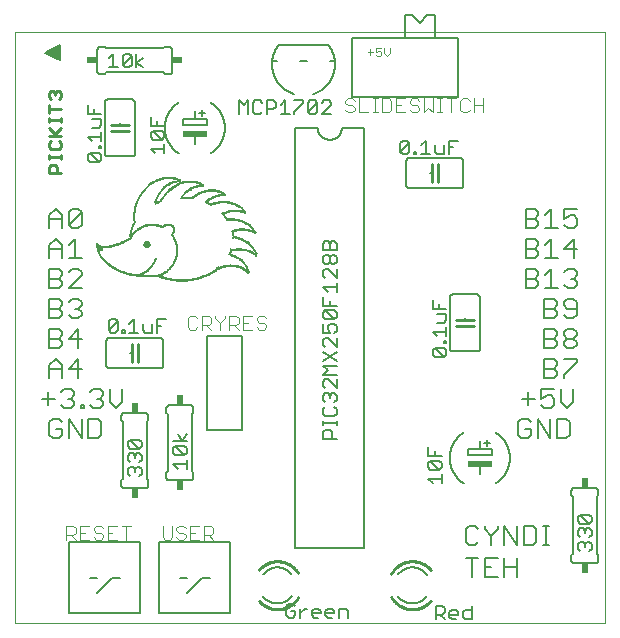
<source format=gto>
G75*
%MOIN*%
%OFA0B0*%
%FSLAX25Y25*%
%IPPOS*%
%LPD*%
%AMOC8*
5,1,8,0,0,1.08239X$1,22.5*
%
%ADD10C,0.00000*%
%ADD11C,0.00600*%
%ADD12C,0.00200*%
%ADD13R,0.03780X0.00157*%
%ADD14R,0.06614X0.00157*%
%ADD15R,0.08189X0.00157*%
%ADD16R,0.09764X0.00157*%
%ADD17R,0.03150X0.00157*%
%ADD18R,0.02835X0.00157*%
%ADD19R,0.02362X0.00157*%
%ADD20R,0.02205X0.00157*%
%ADD21R,0.02047X0.00157*%
%ADD22R,0.04882X0.00157*%
%ADD23R,0.01890X0.00157*%
%ADD24R,0.08504X0.00157*%
%ADD25R,0.01732X0.00157*%
%ADD26R,0.09134X0.00157*%
%ADD27R,0.10079X0.00157*%
%ADD28R,0.01575X0.00157*%
%ADD29R,0.04724X0.00157*%
%ADD30R,0.00630X0.00157*%
%ADD31R,0.01417X0.00157*%
%ADD32R,0.05197X0.00157*%
%ADD33R,0.02677X0.00157*%
%ADD34R,0.00157X0.00157*%
%ADD35R,0.01260X0.00157*%
%ADD36R,0.00315X0.00157*%
%ADD37R,0.00787X0.00157*%
%ADD38R,0.01102X0.00157*%
%ADD39R,0.00945X0.00157*%
%ADD40R,0.03307X0.00157*%
%ADD41R,0.05984X0.00157*%
%ADD42R,0.05039X0.00157*%
%ADD43R,0.03465X0.00157*%
%ADD44R,0.00472X0.00157*%
%ADD45R,0.02520X0.00157*%
%ADD46R,0.05512X0.00157*%
%ADD47R,0.04252X0.00157*%
%ADD48R,0.04094X0.00157*%
%ADD49R,0.05827X0.00157*%
%ADD50R,0.06299X0.00157*%
%ADD51R,0.06142X0.00157*%
%ADD52R,0.03937X0.00157*%
%ADD53R,0.02992X0.00157*%
%ADD54R,0.06929X0.00157*%
%ADD55R,0.04567X0.00157*%
%ADD56R,0.05354X0.00157*%
%ADD57R,0.04409X0.00157*%
%ADD58R,0.05669X0.00157*%
%ADD59C,0.01000*%
%ADD60C,0.00500*%
%ADD61R,0.08000X0.02000*%
%ADD62R,0.03400X0.02400*%
%ADD63R,0.02400X0.03400*%
%ADD64C,0.00400*%
D10*
X0001800Y0002000D02*
X0001800Y0198850D01*
X0198650Y0198850D01*
X0198650Y0002000D01*
X0001800Y0002000D01*
D11*
X0038300Y0047000D02*
X0045300Y0047000D01*
X0045360Y0047002D01*
X0045421Y0047007D01*
X0045480Y0047016D01*
X0045539Y0047029D01*
X0045598Y0047045D01*
X0045655Y0047065D01*
X0045710Y0047088D01*
X0045765Y0047115D01*
X0045817Y0047144D01*
X0045868Y0047177D01*
X0045917Y0047213D01*
X0045963Y0047251D01*
X0046007Y0047293D01*
X0046049Y0047337D01*
X0046087Y0047383D01*
X0046123Y0047432D01*
X0046156Y0047483D01*
X0046185Y0047535D01*
X0046212Y0047590D01*
X0046235Y0047645D01*
X0046255Y0047702D01*
X0046271Y0047761D01*
X0046284Y0047820D01*
X0046293Y0047879D01*
X0046298Y0047940D01*
X0046300Y0048000D01*
X0046300Y0049500D01*
X0045800Y0050000D01*
X0045800Y0069000D01*
X0046300Y0069500D01*
X0046300Y0071000D01*
X0046298Y0071060D01*
X0046293Y0071121D01*
X0046284Y0071180D01*
X0046271Y0071239D01*
X0046255Y0071298D01*
X0046235Y0071355D01*
X0046212Y0071410D01*
X0046185Y0071465D01*
X0046156Y0071517D01*
X0046123Y0071568D01*
X0046087Y0071617D01*
X0046049Y0071663D01*
X0046007Y0071707D01*
X0045963Y0071749D01*
X0045917Y0071787D01*
X0045868Y0071823D01*
X0045817Y0071856D01*
X0045765Y0071885D01*
X0045710Y0071912D01*
X0045655Y0071935D01*
X0045598Y0071955D01*
X0045539Y0071971D01*
X0045480Y0071984D01*
X0045421Y0071993D01*
X0045360Y0071998D01*
X0045300Y0072000D01*
X0038300Y0072000D01*
X0038240Y0071998D01*
X0038179Y0071993D01*
X0038120Y0071984D01*
X0038061Y0071971D01*
X0038002Y0071955D01*
X0037945Y0071935D01*
X0037890Y0071912D01*
X0037835Y0071885D01*
X0037783Y0071856D01*
X0037732Y0071823D01*
X0037683Y0071787D01*
X0037637Y0071749D01*
X0037593Y0071707D01*
X0037551Y0071663D01*
X0037513Y0071617D01*
X0037477Y0071568D01*
X0037444Y0071517D01*
X0037415Y0071465D01*
X0037388Y0071410D01*
X0037365Y0071355D01*
X0037345Y0071298D01*
X0037329Y0071239D01*
X0037316Y0071180D01*
X0037307Y0071121D01*
X0037302Y0071060D01*
X0037300Y0071000D01*
X0037300Y0069500D01*
X0037800Y0069000D01*
X0037800Y0050000D01*
X0037300Y0049500D01*
X0037300Y0048000D01*
X0037302Y0047940D01*
X0037307Y0047879D01*
X0037316Y0047820D01*
X0037329Y0047761D01*
X0037345Y0047702D01*
X0037365Y0047645D01*
X0037388Y0047590D01*
X0037415Y0047535D01*
X0037444Y0047483D01*
X0037477Y0047432D01*
X0037513Y0047383D01*
X0037551Y0047337D01*
X0037593Y0047293D01*
X0037637Y0047251D01*
X0037683Y0047213D01*
X0037732Y0047177D01*
X0037783Y0047144D01*
X0037835Y0047115D01*
X0037890Y0047088D01*
X0037945Y0047065D01*
X0038002Y0047045D01*
X0038061Y0047029D01*
X0038120Y0047016D01*
X0038179Y0047007D01*
X0038240Y0047002D01*
X0038300Y0047000D01*
X0052300Y0050500D02*
X0052300Y0052000D01*
X0052800Y0052500D01*
X0052800Y0071500D01*
X0052300Y0072000D01*
X0052300Y0073500D01*
X0052302Y0073560D01*
X0052307Y0073621D01*
X0052316Y0073680D01*
X0052329Y0073739D01*
X0052345Y0073798D01*
X0052365Y0073855D01*
X0052388Y0073910D01*
X0052415Y0073965D01*
X0052444Y0074017D01*
X0052477Y0074068D01*
X0052513Y0074117D01*
X0052551Y0074163D01*
X0052593Y0074207D01*
X0052637Y0074249D01*
X0052683Y0074287D01*
X0052732Y0074323D01*
X0052783Y0074356D01*
X0052835Y0074385D01*
X0052890Y0074412D01*
X0052945Y0074435D01*
X0053002Y0074455D01*
X0053061Y0074471D01*
X0053120Y0074484D01*
X0053179Y0074493D01*
X0053240Y0074498D01*
X0053300Y0074500D01*
X0060300Y0074500D01*
X0060360Y0074498D01*
X0060421Y0074493D01*
X0060480Y0074484D01*
X0060539Y0074471D01*
X0060598Y0074455D01*
X0060655Y0074435D01*
X0060710Y0074412D01*
X0060765Y0074385D01*
X0060817Y0074356D01*
X0060868Y0074323D01*
X0060917Y0074287D01*
X0060963Y0074249D01*
X0061007Y0074207D01*
X0061049Y0074163D01*
X0061087Y0074117D01*
X0061123Y0074068D01*
X0061156Y0074017D01*
X0061185Y0073965D01*
X0061212Y0073910D01*
X0061235Y0073855D01*
X0061255Y0073798D01*
X0061271Y0073739D01*
X0061284Y0073680D01*
X0061293Y0073621D01*
X0061298Y0073560D01*
X0061300Y0073500D01*
X0061300Y0072000D01*
X0060800Y0071500D01*
X0060800Y0052500D01*
X0061300Y0052000D01*
X0061300Y0050500D01*
X0061298Y0050440D01*
X0061293Y0050379D01*
X0061284Y0050320D01*
X0061271Y0050261D01*
X0061255Y0050202D01*
X0061235Y0050145D01*
X0061212Y0050090D01*
X0061185Y0050035D01*
X0061156Y0049983D01*
X0061123Y0049932D01*
X0061087Y0049883D01*
X0061049Y0049837D01*
X0061007Y0049793D01*
X0060963Y0049751D01*
X0060917Y0049713D01*
X0060868Y0049677D01*
X0060817Y0049644D01*
X0060765Y0049615D01*
X0060710Y0049588D01*
X0060655Y0049565D01*
X0060598Y0049545D01*
X0060539Y0049529D01*
X0060480Y0049516D01*
X0060421Y0049507D01*
X0060360Y0049502D01*
X0060300Y0049500D01*
X0053300Y0049500D01*
X0053240Y0049502D01*
X0053179Y0049507D01*
X0053120Y0049516D01*
X0053061Y0049529D01*
X0053002Y0049545D01*
X0052945Y0049565D01*
X0052890Y0049588D01*
X0052835Y0049615D01*
X0052783Y0049644D01*
X0052732Y0049677D01*
X0052683Y0049713D01*
X0052637Y0049751D01*
X0052593Y0049793D01*
X0052551Y0049837D01*
X0052513Y0049883D01*
X0052477Y0049932D01*
X0052444Y0049983D01*
X0052415Y0050035D01*
X0052388Y0050090D01*
X0052365Y0050145D01*
X0052345Y0050202D01*
X0052329Y0050261D01*
X0052316Y0050320D01*
X0052307Y0050379D01*
X0052302Y0050440D01*
X0052300Y0050500D01*
X0030511Y0064618D02*
X0030511Y0068888D01*
X0029444Y0069955D01*
X0026241Y0069955D01*
X0026241Y0063550D01*
X0029444Y0063550D01*
X0030511Y0064618D01*
X0024066Y0063550D02*
X0024066Y0069955D01*
X0023741Y0073550D02*
X0024809Y0073550D01*
X0024809Y0074618D01*
X0023741Y0074618D01*
X0023741Y0073550D01*
X0021566Y0074618D02*
X0020498Y0073550D01*
X0018363Y0073550D01*
X0017295Y0074618D01*
X0019431Y0076753D02*
X0020498Y0076753D01*
X0021566Y0075685D01*
X0021566Y0074618D01*
X0020498Y0076753D02*
X0021566Y0077820D01*
X0021566Y0078888D01*
X0020498Y0079955D01*
X0018363Y0079955D01*
X0017295Y0078888D01*
X0015120Y0076753D02*
X0010850Y0076753D01*
X0012985Y0078888D02*
X0012985Y0074618D01*
X0014418Y0069955D02*
X0013350Y0068888D01*
X0013350Y0064618D01*
X0014418Y0063550D01*
X0016553Y0063550D01*
X0017620Y0064618D01*
X0017620Y0066753D01*
X0015485Y0066753D01*
X0017620Y0068888D02*
X0016553Y0069955D01*
X0014418Y0069955D01*
X0019795Y0069955D02*
X0024066Y0063550D01*
X0019795Y0063550D02*
X0019795Y0069955D01*
X0026964Y0074618D02*
X0028031Y0073550D01*
X0030166Y0073550D01*
X0031234Y0074618D01*
X0031234Y0075685D01*
X0030166Y0076753D01*
X0029099Y0076753D01*
X0030166Y0076753D02*
X0031234Y0077820D01*
X0031234Y0078888D01*
X0030166Y0079955D01*
X0028031Y0079955D01*
X0026964Y0078888D01*
X0022998Y0083550D02*
X0022998Y0089955D01*
X0019795Y0086753D01*
X0024066Y0086753D01*
X0017620Y0086753D02*
X0013350Y0086753D01*
X0013350Y0087820D02*
X0015485Y0089955D01*
X0017620Y0087820D01*
X0017620Y0083550D01*
X0013350Y0083550D02*
X0013350Y0087820D01*
X0013350Y0093550D02*
X0016553Y0093550D01*
X0017620Y0094618D01*
X0017620Y0095685D01*
X0016553Y0096753D01*
X0013350Y0096753D01*
X0013350Y0099955D02*
X0016553Y0099955D01*
X0017620Y0098888D01*
X0017620Y0097820D01*
X0016553Y0096753D01*
X0019795Y0096753D02*
X0024066Y0096753D01*
X0022998Y0099955D02*
X0019795Y0096753D01*
X0022998Y0093550D02*
X0022998Y0099955D01*
X0022998Y0103550D02*
X0020863Y0103550D01*
X0019795Y0104618D01*
X0017620Y0104618D02*
X0017620Y0105685D01*
X0016553Y0106753D01*
X0013350Y0106753D01*
X0013350Y0109955D02*
X0013350Y0103550D01*
X0016553Y0103550D01*
X0017620Y0104618D01*
X0016553Y0106753D02*
X0017620Y0107820D01*
X0017620Y0108888D01*
X0016553Y0109955D01*
X0013350Y0109955D01*
X0013350Y0113550D02*
X0016553Y0113550D01*
X0017620Y0114618D01*
X0017620Y0115685D01*
X0016553Y0116753D01*
X0013350Y0116753D01*
X0013350Y0119955D02*
X0013350Y0113550D01*
X0016553Y0116753D02*
X0017620Y0117820D01*
X0017620Y0118888D01*
X0016553Y0119955D01*
X0013350Y0119955D01*
X0013350Y0123550D02*
X0013350Y0127820D01*
X0015485Y0129955D01*
X0017620Y0127820D01*
X0017620Y0123550D01*
X0019795Y0123550D02*
X0024066Y0123550D01*
X0021931Y0123550D02*
X0021931Y0129955D01*
X0019795Y0127820D01*
X0017620Y0126753D02*
X0013350Y0126753D01*
X0013350Y0133550D02*
X0013350Y0137820D01*
X0015485Y0139955D01*
X0017620Y0137820D01*
X0017620Y0133550D01*
X0019795Y0134618D02*
X0024066Y0138888D01*
X0024066Y0134618D01*
X0022998Y0133550D01*
X0020863Y0133550D01*
X0019795Y0134618D01*
X0019795Y0138888D01*
X0020863Y0139955D01*
X0022998Y0139955D01*
X0024066Y0138888D01*
X0017620Y0136753D02*
X0013350Y0136753D01*
X0020863Y0119955D02*
X0019795Y0118888D01*
X0020863Y0119955D02*
X0022998Y0119955D01*
X0024066Y0118888D01*
X0024066Y0117820D01*
X0019795Y0113550D01*
X0024066Y0113550D01*
X0022998Y0109955D02*
X0020863Y0109955D01*
X0019795Y0108888D01*
X0021931Y0106753D02*
X0022998Y0106753D01*
X0024066Y0105685D01*
X0024066Y0104618D01*
X0022998Y0103550D01*
X0022998Y0106753D02*
X0024066Y0107820D01*
X0024066Y0108888D01*
X0022998Y0109955D01*
X0013350Y0099955D02*
X0013350Y0093550D01*
X0032300Y0096000D02*
X0032300Y0088000D01*
X0032302Y0087940D01*
X0032307Y0087879D01*
X0032316Y0087820D01*
X0032329Y0087761D01*
X0032345Y0087702D01*
X0032365Y0087645D01*
X0032388Y0087590D01*
X0032415Y0087535D01*
X0032444Y0087483D01*
X0032477Y0087432D01*
X0032513Y0087383D01*
X0032551Y0087337D01*
X0032593Y0087293D01*
X0032637Y0087251D01*
X0032683Y0087213D01*
X0032732Y0087177D01*
X0032783Y0087144D01*
X0032835Y0087115D01*
X0032890Y0087088D01*
X0032945Y0087065D01*
X0033002Y0087045D01*
X0033061Y0087029D01*
X0033120Y0087016D01*
X0033179Y0087007D01*
X0033240Y0087002D01*
X0033300Y0087000D01*
X0050300Y0087000D01*
X0050360Y0087002D01*
X0050421Y0087007D01*
X0050480Y0087016D01*
X0050539Y0087029D01*
X0050598Y0087045D01*
X0050655Y0087065D01*
X0050710Y0087088D01*
X0050765Y0087115D01*
X0050817Y0087144D01*
X0050868Y0087177D01*
X0050917Y0087213D01*
X0050963Y0087251D01*
X0051007Y0087293D01*
X0051049Y0087337D01*
X0051087Y0087383D01*
X0051123Y0087432D01*
X0051156Y0087483D01*
X0051185Y0087535D01*
X0051212Y0087590D01*
X0051235Y0087645D01*
X0051255Y0087702D01*
X0051271Y0087761D01*
X0051284Y0087820D01*
X0051293Y0087879D01*
X0051298Y0087940D01*
X0051300Y0088000D01*
X0051300Y0096000D01*
X0051298Y0096060D01*
X0051293Y0096121D01*
X0051284Y0096180D01*
X0051271Y0096239D01*
X0051255Y0096298D01*
X0051235Y0096355D01*
X0051212Y0096410D01*
X0051185Y0096465D01*
X0051156Y0096517D01*
X0051123Y0096568D01*
X0051087Y0096617D01*
X0051049Y0096663D01*
X0051007Y0096707D01*
X0050963Y0096749D01*
X0050917Y0096787D01*
X0050868Y0096823D01*
X0050817Y0096856D01*
X0050765Y0096885D01*
X0050710Y0096912D01*
X0050655Y0096935D01*
X0050598Y0096955D01*
X0050539Y0096971D01*
X0050480Y0096984D01*
X0050421Y0096993D01*
X0050360Y0096998D01*
X0050300Y0097000D01*
X0033300Y0097000D01*
X0033240Y0096998D01*
X0033179Y0096993D01*
X0033120Y0096984D01*
X0033061Y0096971D01*
X0033002Y0096955D01*
X0032945Y0096935D01*
X0032890Y0096912D01*
X0032835Y0096885D01*
X0032783Y0096856D01*
X0032732Y0096823D01*
X0032683Y0096787D01*
X0032637Y0096749D01*
X0032593Y0096707D01*
X0032551Y0096663D01*
X0032513Y0096617D01*
X0032477Y0096568D01*
X0032444Y0096517D01*
X0032415Y0096465D01*
X0032388Y0096410D01*
X0032365Y0096355D01*
X0032345Y0096298D01*
X0032329Y0096239D01*
X0032316Y0096180D01*
X0032307Y0096121D01*
X0032302Y0096060D01*
X0032300Y0096000D01*
X0040300Y0092000D02*
X0040800Y0092000D01*
X0042800Y0092000D02*
X0043300Y0092000D01*
X0037680Y0079955D02*
X0037680Y0075685D01*
X0035544Y0073550D01*
X0033409Y0075685D01*
X0033409Y0079955D01*
X0095300Y0027000D02*
X0118300Y0027000D01*
X0118300Y0167000D01*
X0110800Y0167000D01*
X0110798Y0166874D01*
X0110792Y0166749D01*
X0110782Y0166624D01*
X0110768Y0166499D01*
X0110751Y0166374D01*
X0110729Y0166250D01*
X0110704Y0166127D01*
X0110674Y0166005D01*
X0110641Y0165884D01*
X0110604Y0165764D01*
X0110564Y0165645D01*
X0110519Y0165528D01*
X0110471Y0165411D01*
X0110419Y0165297D01*
X0110364Y0165184D01*
X0110305Y0165073D01*
X0110243Y0164964D01*
X0110177Y0164857D01*
X0110108Y0164752D01*
X0110036Y0164649D01*
X0109961Y0164548D01*
X0109882Y0164450D01*
X0109800Y0164355D01*
X0109716Y0164262D01*
X0109628Y0164172D01*
X0109538Y0164084D01*
X0109445Y0164000D01*
X0109350Y0163918D01*
X0109252Y0163839D01*
X0109151Y0163764D01*
X0109048Y0163692D01*
X0108943Y0163623D01*
X0108836Y0163557D01*
X0108727Y0163495D01*
X0108616Y0163436D01*
X0108503Y0163381D01*
X0108389Y0163329D01*
X0108272Y0163281D01*
X0108155Y0163236D01*
X0108036Y0163196D01*
X0107916Y0163159D01*
X0107795Y0163126D01*
X0107673Y0163096D01*
X0107550Y0163071D01*
X0107426Y0163049D01*
X0107301Y0163032D01*
X0107176Y0163018D01*
X0107051Y0163008D01*
X0106926Y0163002D01*
X0106800Y0163000D01*
X0106674Y0163002D01*
X0106549Y0163008D01*
X0106424Y0163018D01*
X0106299Y0163032D01*
X0106174Y0163049D01*
X0106050Y0163071D01*
X0105927Y0163096D01*
X0105805Y0163126D01*
X0105684Y0163159D01*
X0105564Y0163196D01*
X0105445Y0163236D01*
X0105328Y0163281D01*
X0105211Y0163329D01*
X0105097Y0163381D01*
X0104984Y0163436D01*
X0104873Y0163495D01*
X0104764Y0163557D01*
X0104657Y0163623D01*
X0104552Y0163692D01*
X0104449Y0163764D01*
X0104348Y0163839D01*
X0104250Y0163918D01*
X0104155Y0164000D01*
X0104062Y0164084D01*
X0103972Y0164172D01*
X0103884Y0164262D01*
X0103800Y0164355D01*
X0103718Y0164450D01*
X0103639Y0164548D01*
X0103564Y0164649D01*
X0103492Y0164752D01*
X0103423Y0164857D01*
X0103357Y0164964D01*
X0103295Y0165073D01*
X0103236Y0165184D01*
X0103181Y0165297D01*
X0103129Y0165411D01*
X0103081Y0165528D01*
X0103036Y0165645D01*
X0102996Y0165764D01*
X0102959Y0165884D01*
X0102926Y0166005D01*
X0102896Y0166127D01*
X0102871Y0166250D01*
X0102849Y0166374D01*
X0102832Y0166499D01*
X0102818Y0166624D01*
X0102808Y0166749D01*
X0102802Y0166874D01*
X0102800Y0167000D01*
X0095300Y0167000D01*
X0095300Y0027000D01*
X0084418Y0011013D02*
X0084509Y0010888D01*
X0084603Y0010766D01*
X0084701Y0010647D01*
X0084801Y0010530D01*
X0084905Y0010416D01*
X0085011Y0010304D01*
X0085120Y0010196D01*
X0085232Y0010090D01*
X0085347Y0009987D01*
X0085464Y0009887D01*
X0085584Y0009789D01*
X0085706Y0009696D01*
X0085830Y0009605D01*
X0085957Y0009517D01*
X0086086Y0009433D01*
X0086218Y0009352D01*
X0086351Y0009275D01*
X0086486Y0009201D01*
X0086623Y0009130D01*
X0086762Y0009063D01*
X0086902Y0009000D01*
X0087045Y0008940D01*
X0087188Y0008884D01*
X0087333Y0008832D01*
X0087479Y0008783D01*
X0087627Y0008738D01*
X0087775Y0008697D01*
X0087925Y0008660D01*
X0088075Y0008626D01*
X0088227Y0008597D01*
X0088379Y0008571D01*
X0088531Y0008549D01*
X0088684Y0008532D01*
X0088838Y0008518D01*
X0088992Y0008508D01*
X0089146Y0008502D01*
X0089300Y0008500D01*
X0094036Y0018183D02*
X0093942Y0018302D01*
X0093844Y0018418D01*
X0093744Y0018532D01*
X0093640Y0018643D01*
X0093534Y0018751D01*
X0093426Y0018857D01*
X0093314Y0018959D01*
X0093200Y0019059D01*
X0093084Y0019157D01*
X0092965Y0019251D01*
X0092844Y0019342D01*
X0092720Y0019430D01*
X0092594Y0019515D01*
X0092467Y0019596D01*
X0092337Y0019675D01*
X0092205Y0019750D01*
X0092072Y0019821D01*
X0091936Y0019890D01*
X0091799Y0019955D01*
X0091661Y0020016D01*
X0091520Y0020074D01*
X0091379Y0020128D01*
X0091236Y0020179D01*
X0091092Y0020226D01*
X0090947Y0020270D01*
X0090800Y0020309D01*
X0090653Y0020345D01*
X0090505Y0020378D01*
X0090356Y0020406D01*
X0090206Y0020431D01*
X0090056Y0020452D01*
X0089906Y0020469D01*
X0089754Y0020483D01*
X0089603Y0020492D01*
X0089452Y0020498D01*
X0089300Y0020500D01*
X0094100Y0010900D02*
X0094008Y0010781D01*
X0093914Y0010664D01*
X0093816Y0010550D01*
X0093716Y0010438D01*
X0093612Y0010328D01*
X0093507Y0010222D01*
X0093398Y0010117D01*
X0093287Y0010016D01*
X0093173Y0009918D01*
X0093057Y0009822D01*
X0092939Y0009729D01*
X0092818Y0009640D01*
X0092695Y0009553D01*
X0092570Y0009470D01*
X0092443Y0009389D01*
X0092314Y0009312D01*
X0092183Y0009238D01*
X0092050Y0009167D01*
X0091916Y0009100D01*
X0091780Y0009036D01*
X0091642Y0008976D01*
X0091503Y0008919D01*
X0091362Y0008866D01*
X0091220Y0008816D01*
X0091077Y0008769D01*
X0090933Y0008727D01*
X0090788Y0008687D01*
X0090642Y0008652D01*
X0090495Y0008620D01*
X0090347Y0008592D01*
X0090199Y0008568D01*
X0090050Y0008547D01*
X0089900Y0008530D01*
X0089751Y0008517D01*
X0089601Y0008508D01*
X0089450Y0008502D01*
X0089300Y0008500D01*
X0084564Y0018183D02*
X0084658Y0018302D01*
X0084756Y0018418D01*
X0084856Y0018532D01*
X0084960Y0018643D01*
X0085066Y0018751D01*
X0085174Y0018857D01*
X0085286Y0018959D01*
X0085400Y0019059D01*
X0085516Y0019157D01*
X0085635Y0019251D01*
X0085756Y0019342D01*
X0085880Y0019430D01*
X0086006Y0019515D01*
X0086133Y0019596D01*
X0086263Y0019675D01*
X0086395Y0019750D01*
X0086528Y0019821D01*
X0086664Y0019890D01*
X0086801Y0019955D01*
X0086939Y0020016D01*
X0087080Y0020074D01*
X0087221Y0020128D01*
X0087364Y0020179D01*
X0087508Y0020226D01*
X0087653Y0020270D01*
X0087800Y0020309D01*
X0087947Y0020345D01*
X0088095Y0020378D01*
X0088244Y0020406D01*
X0088394Y0020431D01*
X0088544Y0020452D01*
X0088694Y0020469D01*
X0088846Y0020483D01*
X0088997Y0020492D01*
X0089148Y0020498D01*
X0089300Y0020500D01*
X0134300Y0020500D02*
X0134454Y0020498D01*
X0134608Y0020492D01*
X0134762Y0020482D01*
X0134916Y0020468D01*
X0135069Y0020451D01*
X0135221Y0020429D01*
X0135373Y0020403D01*
X0135525Y0020374D01*
X0135675Y0020340D01*
X0135825Y0020303D01*
X0135973Y0020262D01*
X0136121Y0020217D01*
X0136267Y0020168D01*
X0136412Y0020116D01*
X0136555Y0020060D01*
X0136698Y0020000D01*
X0136838Y0019937D01*
X0136977Y0019870D01*
X0137114Y0019799D01*
X0137249Y0019725D01*
X0137382Y0019648D01*
X0137514Y0019567D01*
X0137643Y0019483D01*
X0137770Y0019395D01*
X0137894Y0019304D01*
X0138016Y0019211D01*
X0138136Y0019113D01*
X0138253Y0019013D01*
X0138368Y0018910D01*
X0138480Y0018804D01*
X0138589Y0018696D01*
X0138695Y0018584D01*
X0138799Y0018470D01*
X0138899Y0018353D01*
X0138997Y0018234D01*
X0139091Y0018112D01*
X0139182Y0017987D01*
X0134300Y0008500D02*
X0134148Y0008502D01*
X0133997Y0008508D01*
X0133846Y0008517D01*
X0133694Y0008531D01*
X0133544Y0008548D01*
X0133394Y0008569D01*
X0133244Y0008594D01*
X0133095Y0008622D01*
X0132947Y0008655D01*
X0132800Y0008691D01*
X0132653Y0008730D01*
X0132508Y0008774D01*
X0132364Y0008821D01*
X0132221Y0008872D01*
X0132080Y0008926D01*
X0131939Y0008984D01*
X0131801Y0009045D01*
X0131664Y0009110D01*
X0131528Y0009179D01*
X0131395Y0009250D01*
X0131263Y0009325D01*
X0131133Y0009404D01*
X0131006Y0009485D01*
X0130880Y0009570D01*
X0130756Y0009658D01*
X0130635Y0009749D01*
X0130516Y0009843D01*
X0130400Y0009941D01*
X0130286Y0010041D01*
X0130174Y0010143D01*
X0130066Y0010249D01*
X0129960Y0010357D01*
X0129856Y0010468D01*
X0129756Y0010582D01*
X0129658Y0010698D01*
X0129564Y0010817D01*
X0134300Y0008500D02*
X0134452Y0008502D01*
X0134603Y0008508D01*
X0134754Y0008517D01*
X0134906Y0008531D01*
X0135056Y0008548D01*
X0135206Y0008569D01*
X0135356Y0008594D01*
X0135505Y0008622D01*
X0135653Y0008655D01*
X0135800Y0008691D01*
X0135947Y0008730D01*
X0136092Y0008774D01*
X0136236Y0008821D01*
X0136379Y0008872D01*
X0136520Y0008926D01*
X0136661Y0008984D01*
X0136799Y0009045D01*
X0136936Y0009110D01*
X0137072Y0009179D01*
X0137205Y0009250D01*
X0137337Y0009325D01*
X0137467Y0009404D01*
X0137594Y0009485D01*
X0137720Y0009570D01*
X0137844Y0009658D01*
X0137965Y0009749D01*
X0138084Y0009843D01*
X0138200Y0009941D01*
X0138314Y0010041D01*
X0138426Y0010143D01*
X0138534Y0010249D01*
X0138640Y0010357D01*
X0138744Y0010468D01*
X0138844Y0010582D01*
X0138942Y0010698D01*
X0139036Y0010817D01*
X0134300Y0020500D02*
X0134150Y0020498D01*
X0133999Y0020492D01*
X0133849Y0020483D01*
X0133700Y0020470D01*
X0133550Y0020453D01*
X0133401Y0020432D01*
X0133253Y0020408D01*
X0133105Y0020380D01*
X0132958Y0020348D01*
X0132812Y0020313D01*
X0132667Y0020273D01*
X0132523Y0020231D01*
X0132380Y0020184D01*
X0132238Y0020134D01*
X0132097Y0020081D01*
X0131958Y0020024D01*
X0131820Y0019964D01*
X0131684Y0019900D01*
X0131550Y0019833D01*
X0131417Y0019762D01*
X0131286Y0019688D01*
X0131157Y0019611D01*
X0131030Y0019530D01*
X0130905Y0019447D01*
X0130782Y0019360D01*
X0130661Y0019271D01*
X0130543Y0019178D01*
X0130427Y0019082D01*
X0130313Y0018984D01*
X0130202Y0018883D01*
X0130093Y0018778D01*
X0129988Y0018672D01*
X0129884Y0018562D01*
X0129784Y0018450D01*
X0129686Y0018336D01*
X0129592Y0018219D01*
X0129500Y0018100D01*
X0152100Y0023705D02*
X0156370Y0023705D01*
X0154235Y0023705D02*
X0154235Y0017300D01*
X0158545Y0017300D02*
X0162816Y0017300D01*
X0160681Y0020503D02*
X0158545Y0020503D01*
X0158545Y0023705D02*
X0158545Y0017300D01*
X0158545Y0023705D02*
X0162816Y0023705D01*
X0164991Y0023705D02*
X0164991Y0017300D01*
X0164991Y0020503D02*
X0169261Y0020503D01*
X0169261Y0023705D02*
X0169261Y0017300D01*
X0169261Y0027800D02*
X0169261Y0034205D01*
X0171436Y0034205D02*
X0174639Y0034205D01*
X0175707Y0033138D01*
X0175707Y0028868D01*
X0174639Y0027800D01*
X0171436Y0027800D01*
X0171436Y0034205D01*
X0164991Y0034205D02*
X0164991Y0027800D01*
X0169261Y0027800D02*
X0164991Y0034205D01*
X0162816Y0034205D02*
X0162816Y0033138D01*
X0160681Y0031003D01*
X0160681Y0027800D01*
X0160681Y0031003D02*
X0158545Y0033138D01*
X0158545Y0034205D01*
X0156370Y0033138D02*
X0155303Y0034205D01*
X0153168Y0034205D01*
X0152100Y0033138D01*
X0152100Y0028868D01*
X0153168Y0027800D01*
X0155303Y0027800D01*
X0156370Y0028868D01*
X0177882Y0027800D02*
X0180017Y0027800D01*
X0178950Y0027800D02*
X0178950Y0034205D01*
X0180017Y0034205D02*
X0177882Y0034205D01*
X0187300Y0024500D02*
X0187800Y0025000D01*
X0187800Y0044000D01*
X0187300Y0044500D01*
X0187300Y0046000D01*
X0187302Y0046060D01*
X0187307Y0046121D01*
X0187316Y0046180D01*
X0187329Y0046239D01*
X0187345Y0046298D01*
X0187365Y0046355D01*
X0187388Y0046410D01*
X0187415Y0046465D01*
X0187444Y0046517D01*
X0187477Y0046568D01*
X0187513Y0046617D01*
X0187551Y0046663D01*
X0187593Y0046707D01*
X0187637Y0046749D01*
X0187683Y0046787D01*
X0187732Y0046823D01*
X0187783Y0046856D01*
X0187835Y0046885D01*
X0187890Y0046912D01*
X0187945Y0046935D01*
X0188002Y0046955D01*
X0188061Y0046971D01*
X0188120Y0046984D01*
X0188179Y0046993D01*
X0188240Y0046998D01*
X0188300Y0047000D01*
X0195300Y0047000D01*
X0195360Y0046998D01*
X0195421Y0046993D01*
X0195480Y0046984D01*
X0195539Y0046971D01*
X0195598Y0046955D01*
X0195655Y0046935D01*
X0195710Y0046912D01*
X0195765Y0046885D01*
X0195817Y0046856D01*
X0195868Y0046823D01*
X0195917Y0046787D01*
X0195963Y0046749D01*
X0196007Y0046707D01*
X0196049Y0046663D01*
X0196087Y0046617D01*
X0196123Y0046568D01*
X0196156Y0046517D01*
X0196185Y0046465D01*
X0196212Y0046410D01*
X0196235Y0046355D01*
X0196255Y0046298D01*
X0196271Y0046239D01*
X0196284Y0046180D01*
X0196293Y0046121D01*
X0196298Y0046060D01*
X0196300Y0046000D01*
X0196300Y0044500D01*
X0195800Y0044000D01*
X0195800Y0025000D01*
X0196300Y0024500D01*
X0196300Y0023000D01*
X0196298Y0022940D01*
X0196293Y0022879D01*
X0196284Y0022820D01*
X0196271Y0022761D01*
X0196255Y0022702D01*
X0196235Y0022645D01*
X0196212Y0022590D01*
X0196185Y0022535D01*
X0196156Y0022483D01*
X0196123Y0022432D01*
X0196087Y0022383D01*
X0196049Y0022337D01*
X0196007Y0022293D01*
X0195963Y0022251D01*
X0195917Y0022213D01*
X0195868Y0022177D01*
X0195817Y0022144D01*
X0195765Y0022115D01*
X0195710Y0022088D01*
X0195655Y0022065D01*
X0195598Y0022045D01*
X0195539Y0022029D01*
X0195480Y0022016D01*
X0195421Y0022007D01*
X0195360Y0022002D01*
X0195300Y0022000D01*
X0188300Y0022000D01*
X0188240Y0022002D01*
X0188179Y0022007D01*
X0188120Y0022016D01*
X0188061Y0022029D01*
X0188002Y0022045D01*
X0187945Y0022065D01*
X0187890Y0022088D01*
X0187835Y0022115D01*
X0187783Y0022144D01*
X0187732Y0022177D01*
X0187683Y0022213D01*
X0187637Y0022251D01*
X0187593Y0022293D01*
X0187551Y0022337D01*
X0187513Y0022383D01*
X0187477Y0022432D01*
X0187444Y0022483D01*
X0187415Y0022535D01*
X0187388Y0022590D01*
X0187365Y0022645D01*
X0187345Y0022702D01*
X0187329Y0022761D01*
X0187316Y0022820D01*
X0187307Y0022879D01*
X0187302Y0022940D01*
X0187300Y0023000D01*
X0187300Y0024500D01*
X0156800Y0051500D02*
X0156800Y0054500D01*
X0151512Y0048513D02*
X0151306Y0048644D01*
X0151104Y0048781D01*
X0150905Y0048923D01*
X0150709Y0049069D01*
X0150517Y0049220D01*
X0150329Y0049376D01*
X0150145Y0049536D01*
X0149965Y0049701D01*
X0149788Y0049870D01*
X0149616Y0050043D01*
X0149449Y0050221D01*
X0149285Y0050402D01*
X0149126Y0050588D01*
X0148972Y0050777D01*
X0148822Y0050970D01*
X0148677Y0051167D01*
X0148537Y0051367D01*
X0148402Y0051570D01*
X0148272Y0051777D01*
X0148147Y0051987D01*
X0148027Y0052200D01*
X0147913Y0052415D01*
X0147804Y0052634D01*
X0147700Y0052855D01*
X0147601Y0053078D01*
X0147508Y0053304D01*
X0147421Y0053532D01*
X0147339Y0053762D01*
X0147262Y0053994D01*
X0147192Y0054228D01*
X0147127Y0054464D01*
X0147068Y0054701D01*
X0147015Y0054939D01*
X0146967Y0055178D01*
X0146926Y0055419D01*
X0146890Y0055661D01*
X0146860Y0055903D01*
X0146837Y0056146D01*
X0146819Y0056390D01*
X0146807Y0056634D01*
X0146801Y0056878D01*
X0146801Y0057122D01*
X0146807Y0057366D01*
X0146819Y0057610D01*
X0146837Y0057854D01*
X0146860Y0058097D01*
X0146890Y0058339D01*
X0146926Y0058581D01*
X0146967Y0058822D01*
X0147015Y0059061D01*
X0147068Y0059299D01*
X0147127Y0059536D01*
X0147192Y0059772D01*
X0147262Y0060006D01*
X0147339Y0060238D01*
X0147421Y0060468D01*
X0147508Y0060696D01*
X0147601Y0060922D01*
X0147700Y0061145D01*
X0147804Y0061366D01*
X0147913Y0061585D01*
X0148027Y0061800D01*
X0148147Y0062013D01*
X0148272Y0062223D01*
X0148402Y0062430D01*
X0148537Y0062633D01*
X0148677Y0062833D01*
X0148822Y0063030D01*
X0148972Y0063223D01*
X0149126Y0063412D01*
X0149285Y0063598D01*
X0149449Y0063779D01*
X0149616Y0063957D01*
X0149788Y0064130D01*
X0149965Y0064299D01*
X0150145Y0064464D01*
X0150329Y0064624D01*
X0150517Y0064780D01*
X0150709Y0064931D01*
X0150905Y0065077D01*
X0151104Y0065219D01*
X0151306Y0065356D01*
X0151512Y0065487D01*
X0152800Y0060000D02*
X0152800Y0058000D01*
X0160800Y0058000D01*
X0160800Y0060000D01*
X0156800Y0060000D01*
X0152800Y0060000D01*
X0156800Y0060000D02*
X0156800Y0062500D01*
X0158300Y0062000D02*
X0160300Y0062000D01*
X0159300Y0063000D02*
X0159300Y0061000D01*
X0162088Y0065487D02*
X0162294Y0065356D01*
X0162496Y0065219D01*
X0162695Y0065077D01*
X0162891Y0064931D01*
X0163083Y0064780D01*
X0163271Y0064624D01*
X0163455Y0064464D01*
X0163635Y0064299D01*
X0163812Y0064130D01*
X0163984Y0063957D01*
X0164151Y0063779D01*
X0164315Y0063598D01*
X0164474Y0063412D01*
X0164628Y0063223D01*
X0164778Y0063030D01*
X0164923Y0062833D01*
X0165063Y0062633D01*
X0165198Y0062430D01*
X0165328Y0062223D01*
X0165453Y0062013D01*
X0165573Y0061800D01*
X0165687Y0061585D01*
X0165796Y0061366D01*
X0165900Y0061145D01*
X0165999Y0060922D01*
X0166092Y0060696D01*
X0166179Y0060468D01*
X0166261Y0060238D01*
X0166338Y0060006D01*
X0166408Y0059772D01*
X0166473Y0059536D01*
X0166532Y0059299D01*
X0166585Y0059061D01*
X0166633Y0058822D01*
X0166674Y0058581D01*
X0166710Y0058339D01*
X0166740Y0058097D01*
X0166763Y0057854D01*
X0166781Y0057610D01*
X0166793Y0057366D01*
X0166799Y0057122D01*
X0166799Y0056878D01*
X0166793Y0056634D01*
X0166781Y0056390D01*
X0166763Y0056146D01*
X0166740Y0055903D01*
X0166710Y0055661D01*
X0166674Y0055419D01*
X0166633Y0055178D01*
X0166585Y0054939D01*
X0166532Y0054701D01*
X0166473Y0054464D01*
X0166408Y0054228D01*
X0166338Y0053994D01*
X0166261Y0053762D01*
X0166179Y0053532D01*
X0166092Y0053304D01*
X0165999Y0053078D01*
X0165900Y0052855D01*
X0165796Y0052634D01*
X0165687Y0052415D01*
X0165573Y0052200D01*
X0165453Y0051987D01*
X0165328Y0051777D01*
X0165198Y0051570D01*
X0165063Y0051367D01*
X0164923Y0051167D01*
X0164778Y0050970D01*
X0164628Y0050777D01*
X0164474Y0050588D01*
X0164315Y0050402D01*
X0164151Y0050221D01*
X0163984Y0050043D01*
X0163812Y0049870D01*
X0163635Y0049701D01*
X0163455Y0049536D01*
X0163271Y0049376D01*
X0163083Y0049220D01*
X0162891Y0049069D01*
X0162695Y0048923D01*
X0162496Y0048781D01*
X0162294Y0048644D01*
X0162088Y0048513D01*
X0170668Y0063550D02*
X0172803Y0063550D01*
X0173870Y0064618D01*
X0173870Y0066753D01*
X0171735Y0066753D01*
X0169600Y0068888D02*
X0169600Y0064618D01*
X0170668Y0063550D01*
X0176045Y0063550D02*
X0176045Y0069955D01*
X0180316Y0063550D01*
X0180316Y0069955D01*
X0182491Y0069955D02*
X0185694Y0069955D01*
X0186761Y0068888D01*
X0186761Y0064618D01*
X0185694Y0063550D01*
X0182491Y0063550D01*
X0182491Y0069955D01*
X0180498Y0073550D02*
X0178363Y0073550D01*
X0177295Y0074618D01*
X0177295Y0076753D02*
X0179431Y0077820D01*
X0180498Y0077820D01*
X0181566Y0076753D01*
X0181566Y0074618D01*
X0180498Y0073550D01*
X0183741Y0075685D02*
X0185876Y0073550D01*
X0188011Y0075685D01*
X0188011Y0079955D01*
X0183741Y0079955D02*
X0183741Y0075685D01*
X0181566Y0079955D02*
X0177295Y0079955D01*
X0177295Y0076753D01*
X0175120Y0076753D02*
X0170850Y0076753D01*
X0172985Y0078888D02*
X0172985Y0074618D01*
X0172803Y0069955D02*
X0170668Y0069955D01*
X0169600Y0068888D01*
X0172803Y0069955D02*
X0173870Y0068888D01*
X0178350Y0083550D02*
X0181553Y0083550D01*
X0182620Y0084618D01*
X0182620Y0085685D01*
X0181553Y0086753D01*
X0178350Y0086753D01*
X0178350Y0089955D02*
X0181553Y0089955D01*
X0182620Y0088888D01*
X0182620Y0087820D01*
X0181553Y0086753D01*
X0184795Y0084618D02*
X0184795Y0083550D01*
X0184795Y0084618D02*
X0189066Y0088888D01*
X0189066Y0089955D01*
X0184795Y0089955D01*
X0185863Y0093550D02*
X0184795Y0094618D01*
X0184795Y0095685D01*
X0185863Y0096753D01*
X0187998Y0096753D01*
X0189066Y0095685D01*
X0189066Y0094618D01*
X0187998Y0093550D01*
X0185863Y0093550D01*
X0185863Y0096753D02*
X0184795Y0097820D01*
X0184795Y0098888D01*
X0185863Y0099955D01*
X0187998Y0099955D01*
X0189066Y0098888D01*
X0189066Y0097820D01*
X0187998Y0096753D01*
X0182620Y0097820D02*
X0181553Y0096753D01*
X0178350Y0096753D01*
X0178350Y0099955D02*
X0181553Y0099955D01*
X0182620Y0098888D01*
X0182620Y0097820D01*
X0181553Y0096753D02*
X0182620Y0095685D01*
X0182620Y0094618D01*
X0181553Y0093550D01*
X0178350Y0093550D01*
X0178350Y0099955D01*
X0178350Y0103550D02*
X0181553Y0103550D01*
X0182620Y0104618D01*
X0182620Y0105685D01*
X0181553Y0106753D01*
X0178350Y0106753D01*
X0178350Y0109955D02*
X0178350Y0103550D01*
X0181553Y0106753D02*
X0182620Y0107820D01*
X0182620Y0108888D01*
X0181553Y0109955D01*
X0178350Y0109955D01*
X0178545Y0113550D02*
X0182816Y0113550D01*
X0180681Y0113550D02*
X0180681Y0119955D01*
X0178545Y0117820D01*
X0176370Y0117820D02*
X0175303Y0116753D01*
X0172100Y0116753D01*
X0172100Y0119955D02*
X0172100Y0113550D01*
X0175303Y0113550D01*
X0176370Y0114618D01*
X0176370Y0115685D01*
X0175303Y0116753D01*
X0176370Y0117820D02*
X0176370Y0118888D01*
X0175303Y0119955D01*
X0172100Y0119955D01*
X0172100Y0123550D02*
X0175303Y0123550D01*
X0176370Y0124618D01*
X0176370Y0125685D01*
X0175303Y0126753D01*
X0172100Y0126753D01*
X0172100Y0129955D02*
X0172100Y0123550D01*
X0175303Y0126753D02*
X0176370Y0127820D01*
X0176370Y0128888D01*
X0175303Y0129955D01*
X0172100Y0129955D01*
X0172100Y0133550D02*
X0175303Y0133550D01*
X0176370Y0134618D01*
X0176370Y0135685D01*
X0175303Y0136753D01*
X0172100Y0136753D01*
X0172100Y0139955D02*
X0172100Y0133550D01*
X0175303Y0136753D02*
X0176370Y0137820D01*
X0176370Y0138888D01*
X0175303Y0139955D01*
X0172100Y0139955D01*
X0178545Y0137820D02*
X0180681Y0139955D01*
X0180681Y0133550D01*
X0182816Y0133550D02*
X0178545Y0133550D01*
X0180681Y0129955D02*
X0180681Y0123550D01*
X0182816Y0123550D02*
X0178545Y0123550D01*
X0178545Y0127820D02*
X0180681Y0129955D01*
X0184991Y0126753D02*
X0189261Y0126753D01*
X0188194Y0129955D02*
X0188194Y0123550D01*
X0188194Y0119955D02*
X0186059Y0119955D01*
X0184991Y0118888D01*
X0187126Y0116753D02*
X0188194Y0116753D01*
X0189261Y0115685D01*
X0189261Y0114618D01*
X0188194Y0113550D01*
X0186059Y0113550D01*
X0184991Y0114618D01*
X0188194Y0116753D02*
X0189261Y0117820D01*
X0189261Y0118888D01*
X0188194Y0119955D01*
X0184991Y0126753D02*
X0188194Y0129955D01*
X0188194Y0133550D02*
X0186059Y0133550D01*
X0184991Y0134618D01*
X0184991Y0136753D02*
X0187126Y0137820D01*
X0188194Y0137820D01*
X0189261Y0136753D01*
X0189261Y0134618D01*
X0188194Y0133550D01*
X0184991Y0136753D02*
X0184991Y0139955D01*
X0189261Y0139955D01*
X0187998Y0109955D02*
X0185863Y0109955D01*
X0184795Y0108888D01*
X0184795Y0107820D01*
X0185863Y0106753D01*
X0189066Y0106753D01*
X0189066Y0104618D02*
X0189066Y0108888D01*
X0187998Y0109955D01*
X0189066Y0104618D02*
X0187998Y0103550D01*
X0185863Y0103550D01*
X0184795Y0104618D01*
X0178350Y0089955D02*
X0178350Y0083550D01*
X0156800Y0093500D02*
X0156800Y0110500D01*
X0156798Y0110560D01*
X0156793Y0110621D01*
X0156784Y0110680D01*
X0156771Y0110739D01*
X0156755Y0110798D01*
X0156735Y0110855D01*
X0156712Y0110910D01*
X0156685Y0110965D01*
X0156656Y0111017D01*
X0156623Y0111068D01*
X0156587Y0111117D01*
X0156549Y0111163D01*
X0156507Y0111207D01*
X0156463Y0111249D01*
X0156417Y0111287D01*
X0156368Y0111323D01*
X0156317Y0111356D01*
X0156265Y0111385D01*
X0156210Y0111412D01*
X0156155Y0111435D01*
X0156098Y0111455D01*
X0156039Y0111471D01*
X0155980Y0111484D01*
X0155921Y0111493D01*
X0155860Y0111498D01*
X0155800Y0111500D01*
X0147800Y0111500D01*
X0147740Y0111498D01*
X0147679Y0111493D01*
X0147620Y0111484D01*
X0147561Y0111471D01*
X0147502Y0111455D01*
X0147445Y0111435D01*
X0147390Y0111412D01*
X0147335Y0111385D01*
X0147283Y0111356D01*
X0147232Y0111323D01*
X0147183Y0111287D01*
X0147137Y0111249D01*
X0147093Y0111207D01*
X0147051Y0111163D01*
X0147013Y0111117D01*
X0146977Y0111068D01*
X0146944Y0111017D01*
X0146915Y0110965D01*
X0146888Y0110910D01*
X0146865Y0110855D01*
X0146845Y0110798D01*
X0146829Y0110739D01*
X0146816Y0110680D01*
X0146807Y0110621D01*
X0146802Y0110560D01*
X0146800Y0110500D01*
X0146800Y0093500D01*
X0146802Y0093440D01*
X0146807Y0093379D01*
X0146816Y0093320D01*
X0146829Y0093261D01*
X0146845Y0093202D01*
X0146865Y0093145D01*
X0146888Y0093090D01*
X0146915Y0093035D01*
X0146944Y0092983D01*
X0146977Y0092932D01*
X0147013Y0092883D01*
X0147051Y0092837D01*
X0147093Y0092793D01*
X0147137Y0092751D01*
X0147183Y0092713D01*
X0147232Y0092677D01*
X0147283Y0092644D01*
X0147335Y0092615D01*
X0147390Y0092588D01*
X0147445Y0092565D01*
X0147502Y0092545D01*
X0147561Y0092529D01*
X0147620Y0092516D01*
X0147679Y0092507D01*
X0147740Y0092502D01*
X0147800Y0092500D01*
X0155800Y0092500D01*
X0155860Y0092502D01*
X0155921Y0092507D01*
X0155980Y0092516D01*
X0156039Y0092529D01*
X0156098Y0092545D01*
X0156155Y0092565D01*
X0156210Y0092588D01*
X0156265Y0092615D01*
X0156317Y0092644D01*
X0156368Y0092677D01*
X0156417Y0092713D01*
X0156463Y0092751D01*
X0156507Y0092793D01*
X0156549Y0092837D01*
X0156587Y0092883D01*
X0156623Y0092932D01*
X0156656Y0092983D01*
X0156685Y0093035D01*
X0156712Y0093090D01*
X0156735Y0093145D01*
X0156755Y0093202D01*
X0156771Y0093261D01*
X0156784Y0093320D01*
X0156793Y0093379D01*
X0156798Y0093440D01*
X0156800Y0093500D01*
X0151800Y0100500D02*
X0151800Y0101000D01*
X0151800Y0103000D02*
X0151800Y0103500D01*
X0150300Y0147000D02*
X0133300Y0147000D01*
X0133240Y0147002D01*
X0133179Y0147007D01*
X0133120Y0147016D01*
X0133061Y0147029D01*
X0133002Y0147045D01*
X0132945Y0147065D01*
X0132890Y0147088D01*
X0132835Y0147115D01*
X0132783Y0147144D01*
X0132732Y0147177D01*
X0132683Y0147213D01*
X0132637Y0147251D01*
X0132593Y0147293D01*
X0132551Y0147337D01*
X0132513Y0147383D01*
X0132477Y0147432D01*
X0132444Y0147483D01*
X0132415Y0147535D01*
X0132388Y0147590D01*
X0132365Y0147645D01*
X0132345Y0147702D01*
X0132329Y0147761D01*
X0132316Y0147820D01*
X0132307Y0147879D01*
X0132302Y0147940D01*
X0132300Y0148000D01*
X0132300Y0156000D01*
X0132302Y0156060D01*
X0132307Y0156121D01*
X0132316Y0156180D01*
X0132329Y0156239D01*
X0132345Y0156298D01*
X0132365Y0156355D01*
X0132388Y0156410D01*
X0132415Y0156465D01*
X0132444Y0156517D01*
X0132477Y0156568D01*
X0132513Y0156617D01*
X0132551Y0156663D01*
X0132593Y0156707D01*
X0132637Y0156749D01*
X0132683Y0156787D01*
X0132732Y0156823D01*
X0132783Y0156856D01*
X0132835Y0156885D01*
X0132890Y0156912D01*
X0132945Y0156935D01*
X0133002Y0156955D01*
X0133061Y0156971D01*
X0133120Y0156984D01*
X0133179Y0156993D01*
X0133240Y0156998D01*
X0133300Y0157000D01*
X0150300Y0157000D01*
X0150360Y0156998D01*
X0150421Y0156993D01*
X0150480Y0156984D01*
X0150539Y0156971D01*
X0150598Y0156955D01*
X0150655Y0156935D01*
X0150710Y0156912D01*
X0150765Y0156885D01*
X0150817Y0156856D01*
X0150868Y0156823D01*
X0150917Y0156787D01*
X0150963Y0156749D01*
X0151007Y0156707D01*
X0151049Y0156663D01*
X0151087Y0156617D01*
X0151123Y0156568D01*
X0151156Y0156517D01*
X0151185Y0156465D01*
X0151212Y0156410D01*
X0151235Y0156355D01*
X0151255Y0156298D01*
X0151271Y0156239D01*
X0151284Y0156180D01*
X0151293Y0156121D01*
X0151298Y0156060D01*
X0151300Y0156000D01*
X0151300Y0148000D01*
X0151298Y0147940D01*
X0151293Y0147879D01*
X0151284Y0147820D01*
X0151271Y0147761D01*
X0151255Y0147702D01*
X0151235Y0147645D01*
X0151212Y0147590D01*
X0151185Y0147535D01*
X0151156Y0147483D01*
X0151123Y0147432D01*
X0151087Y0147383D01*
X0151049Y0147337D01*
X0151007Y0147293D01*
X0150963Y0147251D01*
X0150917Y0147213D01*
X0150868Y0147177D01*
X0150817Y0147144D01*
X0150765Y0147115D01*
X0150710Y0147088D01*
X0150655Y0147065D01*
X0150598Y0147045D01*
X0150539Y0147029D01*
X0150480Y0147016D01*
X0150421Y0147007D01*
X0150360Y0147002D01*
X0150300Y0147000D01*
X0143300Y0152000D02*
X0142800Y0152000D01*
X0140800Y0152000D02*
X0140300Y0152000D01*
X0065800Y0168000D02*
X0065800Y0170000D01*
X0061800Y0170000D01*
X0057800Y0170000D01*
X0057800Y0168000D01*
X0065800Y0168000D01*
X0064300Y0171000D02*
X0064300Y0173000D01*
X0063300Y0172000D02*
X0065300Y0172000D01*
X0061800Y0172500D02*
X0061800Y0170000D01*
X0056512Y0175487D02*
X0056306Y0175356D01*
X0056104Y0175219D01*
X0055905Y0175077D01*
X0055709Y0174931D01*
X0055517Y0174780D01*
X0055329Y0174624D01*
X0055145Y0174464D01*
X0054965Y0174299D01*
X0054788Y0174130D01*
X0054616Y0173957D01*
X0054449Y0173779D01*
X0054285Y0173598D01*
X0054126Y0173412D01*
X0053972Y0173223D01*
X0053822Y0173030D01*
X0053677Y0172833D01*
X0053537Y0172633D01*
X0053402Y0172430D01*
X0053272Y0172223D01*
X0053147Y0172013D01*
X0053027Y0171800D01*
X0052913Y0171585D01*
X0052804Y0171366D01*
X0052700Y0171145D01*
X0052601Y0170922D01*
X0052508Y0170696D01*
X0052421Y0170468D01*
X0052339Y0170238D01*
X0052262Y0170006D01*
X0052192Y0169772D01*
X0052127Y0169536D01*
X0052068Y0169299D01*
X0052015Y0169061D01*
X0051967Y0168822D01*
X0051926Y0168581D01*
X0051890Y0168339D01*
X0051860Y0168097D01*
X0051837Y0167854D01*
X0051819Y0167610D01*
X0051807Y0167366D01*
X0051801Y0167122D01*
X0051801Y0166878D01*
X0051807Y0166634D01*
X0051819Y0166390D01*
X0051837Y0166146D01*
X0051860Y0165903D01*
X0051890Y0165661D01*
X0051926Y0165419D01*
X0051967Y0165178D01*
X0052015Y0164939D01*
X0052068Y0164701D01*
X0052127Y0164464D01*
X0052192Y0164228D01*
X0052262Y0163994D01*
X0052339Y0163762D01*
X0052421Y0163532D01*
X0052508Y0163304D01*
X0052601Y0163078D01*
X0052700Y0162855D01*
X0052804Y0162634D01*
X0052913Y0162415D01*
X0053027Y0162200D01*
X0053147Y0161987D01*
X0053272Y0161777D01*
X0053402Y0161570D01*
X0053537Y0161367D01*
X0053677Y0161167D01*
X0053822Y0160970D01*
X0053972Y0160777D01*
X0054126Y0160588D01*
X0054285Y0160402D01*
X0054449Y0160221D01*
X0054616Y0160043D01*
X0054788Y0159870D01*
X0054965Y0159701D01*
X0055145Y0159536D01*
X0055329Y0159376D01*
X0055517Y0159220D01*
X0055709Y0159069D01*
X0055905Y0158923D01*
X0056104Y0158781D01*
X0056306Y0158644D01*
X0056512Y0158513D01*
X0061800Y0161500D02*
X0061800Y0164500D01*
X0067088Y0158513D02*
X0067294Y0158644D01*
X0067496Y0158781D01*
X0067695Y0158923D01*
X0067891Y0159069D01*
X0068083Y0159220D01*
X0068271Y0159376D01*
X0068455Y0159536D01*
X0068635Y0159701D01*
X0068812Y0159870D01*
X0068984Y0160043D01*
X0069151Y0160221D01*
X0069315Y0160402D01*
X0069474Y0160588D01*
X0069628Y0160777D01*
X0069778Y0160970D01*
X0069923Y0161167D01*
X0070063Y0161367D01*
X0070198Y0161570D01*
X0070328Y0161777D01*
X0070453Y0161987D01*
X0070573Y0162200D01*
X0070687Y0162415D01*
X0070796Y0162634D01*
X0070900Y0162855D01*
X0070999Y0163078D01*
X0071092Y0163304D01*
X0071179Y0163532D01*
X0071261Y0163762D01*
X0071338Y0163994D01*
X0071408Y0164228D01*
X0071473Y0164464D01*
X0071532Y0164701D01*
X0071585Y0164939D01*
X0071633Y0165178D01*
X0071674Y0165419D01*
X0071710Y0165661D01*
X0071740Y0165903D01*
X0071763Y0166146D01*
X0071781Y0166390D01*
X0071793Y0166634D01*
X0071799Y0166878D01*
X0071799Y0167122D01*
X0071793Y0167366D01*
X0071781Y0167610D01*
X0071763Y0167854D01*
X0071740Y0168097D01*
X0071710Y0168339D01*
X0071674Y0168581D01*
X0071633Y0168822D01*
X0071585Y0169061D01*
X0071532Y0169299D01*
X0071473Y0169536D01*
X0071408Y0169772D01*
X0071338Y0170006D01*
X0071261Y0170238D01*
X0071179Y0170468D01*
X0071092Y0170696D01*
X0070999Y0170922D01*
X0070900Y0171145D01*
X0070796Y0171366D01*
X0070687Y0171585D01*
X0070573Y0171800D01*
X0070453Y0172013D01*
X0070328Y0172223D01*
X0070198Y0172430D01*
X0070063Y0172633D01*
X0069923Y0172833D01*
X0069778Y0173030D01*
X0069628Y0173223D01*
X0069474Y0173412D01*
X0069315Y0173598D01*
X0069151Y0173779D01*
X0068984Y0173957D01*
X0068812Y0174130D01*
X0068635Y0174299D01*
X0068455Y0174464D01*
X0068271Y0174624D01*
X0068083Y0174780D01*
X0067891Y0174931D01*
X0067695Y0175077D01*
X0067496Y0175219D01*
X0067294Y0175356D01*
X0067088Y0175487D01*
X0054300Y0186000D02*
X0054300Y0193000D01*
X0054298Y0193060D01*
X0054293Y0193121D01*
X0054284Y0193180D01*
X0054271Y0193239D01*
X0054255Y0193298D01*
X0054235Y0193355D01*
X0054212Y0193410D01*
X0054185Y0193465D01*
X0054156Y0193517D01*
X0054123Y0193568D01*
X0054087Y0193617D01*
X0054049Y0193663D01*
X0054007Y0193707D01*
X0053963Y0193749D01*
X0053917Y0193787D01*
X0053868Y0193823D01*
X0053817Y0193856D01*
X0053765Y0193885D01*
X0053710Y0193912D01*
X0053655Y0193935D01*
X0053598Y0193955D01*
X0053539Y0193971D01*
X0053480Y0193984D01*
X0053421Y0193993D01*
X0053360Y0193998D01*
X0053300Y0194000D01*
X0051800Y0194000D01*
X0051300Y0193500D01*
X0032300Y0193500D01*
X0031800Y0194000D01*
X0030300Y0194000D01*
X0030240Y0193998D01*
X0030179Y0193993D01*
X0030120Y0193984D01*
X0030061Y0193971D01*
X0030002Y0193955D01*
X0029945Y0193935D01*
X0029890Y0193912D01*
X0029835Y0193885D01*
X0029783Y0193856D01*
X0029732Y0193823D01*
X0029683Y0193787D01*
X0029637Y0193749D01*
X0029593Y0193707D01*
X0029551Y0193663D01*
X0029513Y0193617D01*
X0029477Y0193568D01*
X0029444Y0193517D01*
X0029415Y0193465D01*
X0029388Y0193410D01*
X0029365Y0193355D01*
X0029345Y0193298D01*
X0029329Y0193239D01*
X0029316Y0193180D01*
X0029307Y0193121D01*
X0029302Y0193060D01*
X0029300Y0193000D01*
X0029300Y0186000D01*
X0029302Y0185940D01*
X0029307Y0185879D01*
X0029316Y0185820D01*
X0029329Y0185761D01*
X0029345Y0185702D01*
X0029365Y0185645D01*
X0029388Y0185590D01*
X0029415Y0185535D01*
X0029444Y0185483D01*
X0029477Y0185432D01*
X0029513Y0185383D01*
X0029551Y0185337D01*
X0029593Y0185293D01*
X0029637Y0185251D01*
X0029683Y0185213D01*
X0029732Y0185177D01*
X0029783Y0185144D01*
X0029835Y0185115D01*
X0029890Y0185088D01*
X0029945Y0185065D01*
X0030002Y0185045D01*
X0030061Y0185029D01*
X0030120Y0185016D01*
X0030179Y0185007D01*
X0030240Y0185002D01*
X0030300Y0185000D01*
X0031800Y0185000D01*
X0032300Y0185500D01*
X0051300Y0185500D01*
X0051800Y0185000D01*
X0053300Y0185000D01*
X0053360Y0185002D01*
X0053421Y0185007D01*
X0053480Y0185016D01*
X0053539Y0185029D01*
X0053598Y0185045D01*
X0053655Y0185065D01*
X0053710Y0185088D01*
X0053765Y0185115D01*
X0053817Y0185144D01*
X0053868Y0185177D01*
X0053917Y0185213D01*
X0053963Y0185251D01*
X0054007Y0185293D01*
X0054049Y0185337D01*
X0054087Y0185383D01*
X0054123Y0185432D01*
X0054156Y0185483D01*
X0054185Y0185535D01*
X0054212Y0185590D01*
X0054235Y0185645D01*
X0054255Y0185702D01*
X0054271Y0185761D01*
X0054284Y0185820D01*
X0054293Y0185879D01*
X0054298Y0185940D01*
X0054300Y0186000D01*
X0041800Y0175500D02*
X0041800Y0158500D01*
X0041798Y0158440D01*
X0041793Y0158379D01*
X0041784Y0158320D01*
X0041771Y0158261D01*
X0041755Y0158202D01*
X0041735Y0158145D01*
X0041712Y0158090D01*
X0041685Y0158035D01*
X0041656Y0157983D01*
X0041623Y0157932D01*
X0041587Y0157883D01*
X0041549Y0157837D01*
X0041507Y0157793D01*
X0041463Y0157751D01*
X0041417Y0157713D01*
X0041368Y0157677D01*
X0041317Y0157644D01*
X0041265Y0157615D01*
X0041210Y0157588D01*
X0041155Y0157565D01*
X0041098Y0157545D01*
X0041039Y0157529D01*
X0040980Y0157516D01*
X0040921Y0157507D01*
X0040860Y0157502D01*
X0040800Y0157500D01*
X0032800Y0157500D01*
X0032740Y0157502D01*
X0032679Y0157507D01*
X0032620Y0157516D01*
X0032561Y0157529D01*
X0032502Y0157545D01*
X0032445Y0157565D01*
X0032390Y0157588D01*
X0032335Y0157615D01*
X0032283Y0157644D01*
X0032232Y0157677D01*
X0032183Y0157713D01*
X0032137Y0157751D01*
X0032093Y0157793D01*
X0032051Y0157837D01*
X0032013Y0157883D01*
X0031977Y0157932D01*
X0031944Y0157983D01*
X0031915Y0158035D01*
X0031888Y0158090D01*
X0031865Y0158145D01*
X0031845Y0158202D01*
X0031829Y0158261D01*
X0031816Y0158320D01*
X0031807Y0158379D01*
X0031802Y0158440D01*
X0031800Y0158500D01*
X0031800Y0175500D01*
X0031802Y0175560D01*
X0031807Y0175621D01*
X0031816Y0175680D01*
X0031829Y0175739D01*
X0031845Y0175798D01*
X0031865Y0175855D01*
X0031888Y0175910D01*
X0031915Y0175965D01*
X0031944Y0176017D01*
X0031977Y0176068D01*
X0032013Y0176117D01*
X0032051Y0176163D01*
X0032093Y0176207D01*
X0032137Y0176249D01*
X0032183Y0176287D01*
X0032232Y0176323D01*
X0032283Y0176356D01*
X0032335Y0176385D01*
X0032390Y0176412D01*
X0032445Y0176435D01*
X0032502Y0176455D01*
X0032561Y0176471D01*
X0032620Y0176484D01*
X0032679Y0176493D01*
X0032740Y0176498D01*
X0032800Y0176500D01*
X0040800Y0176500D01*
X0040860Y0176498D01*
X0040921Y0176493D01*
X0040980Y0176484D01*
X0041039Y0176471D01*
X0041098Y0176455D01*
X0041155Y0176435D01*
X0041210Y0176412D01*
X0041265Y0176385D01*
X0041317Y0176356D01*
X0041368Y0176323D01*
X0041417Y0176287D01*
X0041463Y0176249D01*
X0041507Y0176207D01*
X0041549Y0176163D01*
X0041587Y0176117D01*
X0041623Y0176068D01*
X0041656Y0176017D01*
X0041685Y0175965D01*
X0041712Y0175910D01*
X0041735Y0175855D01*
X0041755Y0175798D01*
X0041771Y0175739D01*
X0041784Y0175680D01*
X0041793Y0175621D01*
X0041798Y0175560D01*
X0041800Y0175500D01*
X0036800Y0168500D02*
X0036800Y0168000D01*
X0036800Y0166000D02*
X0036800Y0165500D01*
D12*
X0119400Y0192251D02*
X0121268Y0192251D01*
X0122162Y0192251D02*
X0123096Y0192718D01*
X0123564Y0192718D01*
X0124031Y0192251D01*
X0124031Y0191317D01*
X0123564Y0190850D01*
X0122629Y0190850D01*
X0122162Y0191317D01*
X0122162Y0192251D02*
X0122162Y0193652D01*
X0124031Y0193652D01*
X0124925Y0193652D02*
X0124925Y0191784D01*
X0125859Y0190850D01*
X0126793Y0191784D01*
X0126793Y0193652D01*
X0120334Y0193185D02*
X0120334Y0191317D01*
D13*
X0057469Y0115701D03*
D14*
X0057469Y0115858D03*
D15*
X0057469Y0116016D03*
D16*
X0057469Y0116173D03*
D17*
X0053532Y0116331D03*
X0061406Y0116331D03*
X0075737Y0120583D03*
X0073690Y0136488D03*
X0075265Y0139323D03*
X0059674Y0143260D03*
X0050540Y0133969D03*
X0047706Y0134598D03*
D18*
X0045816Y0134126D03*
X0058414Y0143732D03*
X0054950Y0149874D03*
X0068808Y0141685D03*
X0073847Y0141685D03*
X0062194Y0116488D03*
X0052745Y0116488D03*
D19*
X0052036Y0116646D03*
X0062902Y0116646D03*
X0045737Y0127669D03*
X0045737Y0127827D03*
X0045737Y0127984D03*
X0035186Y0127669D03*
X0039438Y0118220D03*
X0049517Y0142157D03*
X0057863Y0148457D03*
X0065107Y0145465D03*
D20*
X0069753Y0145465D03*
X0072587Y0138693D03*
X0075422Y0130346D03*
X0076367Y0130031D03*
X0063454Y0116803D03*
X0051485Y0116803D03*
X0045816Y0127512D03*
X0045816Y0128142D03*
X0045186Y0133969D03*
X0050540Y0149717D03*
X0056209Y0149087D03*
X0038887Y0118378D03*
D21*
X0038335Y0118535D03*
X0045737Y0127354D03*
X0045737Y0128299D03*
X0052981Y0134598D03*
X0049359Y0142000D03*
X0054713Y0148614D03*
X0055658Y0149717D03*
X0061800Y0147039D03*
X0062745Y0148457D03*
X0063847Y0147669D03*
X0064477Y0145307D03*
X0069044Y0144047D03*
X0071091Y0144677D03*
X0071406Y0142315D03*
X0074556Y0141528D03*
X0077863Y0138693D03*
X0077233Y0135701D03*
X0081170Y0132236D03*
X0076603Y0126567D03*
X0076603Y0120425D03*
X0078808Y0119480D03*
X0070461Y0120268D03*
X0064005Y0116961D03*
X0050934Y0116961D03*
X0050146Y0117748D03*
X0035658Y0127827D03*
X0030146Y0126724D03*
X0030146Y0126567D03*
X0030146Y0126409D03*
X0030146Y0126252D03*
X0030146Y0126094D03*
X0072036Y0138535D03*
D22*
X0047627Y0134441D03*
X0046367Y0117118D03*
D23*
X0050540Y0117118D03*
X0045816Y0127197D03*
X0050855Y0133811D03*
X0036209Y0127984D03*
X0030225Y0125937D03*
X0030225Y0125780D03*
X0037942Y0118693D03*
X0064398Y0117118D03*
X0074477Y0124205D03*
X0074635Y0125937D03*
X0076839Y0129874D03*
X0079517Y0125780D03*
X0081564Y0124992D03*
X0071643Y0138378D03*
X0057312Y0148299D03*
D24*
X0046603Y0117276D03*
D25*
X0044005Y0118063D03*
X0037391Y0118850D03*
X0036603Y0128142D03*
X0037076Y0128299D03*
X0045737Y0128457D03*
X0047627Y0134756D03*
X0049517Y0149402D03*
X0049989Y0149559D03*
X0054241Y0148457D03*
X0056131Y0149559D03*
X0056761Y0148142D03*
X0061328Y0146882D03*
X0063217Y0148299D03*
X0064005Y0145150D03*
X0068572Y0143890D03*
X0070304Y0145307D03*
X0075028Y0141370D03*
X0077706Y0135543D03*
X0077706Y0133181D03*
X0074871Y0132394D03*
X0077233Y0129717D03*
X0074871Y0124047D03*
X0077076Y0120268D03*
X0078965Y0119323D03*
X0081800Y0124835D03*
X0069989Y0120110D03*
X0069989Y0119953D03*
X0065265Y0117433D03*
X0064950Y0117276D03*
X0050461Y0117906D03*
D26*
X0045973Y0117433D03*
D27*
X0045658Y0117591D03*
D28*
X0051013Y0118063D03*
X0039674Y0129559D03*
X0039359Y0129402D03*
X0038887Y0129244D03*
X0038257Y0128929D03*
X0037784Y0128772D03*
X0037784Y0128614D03*
X0037469Y0128457D03*
X0029753Y0127512D03*
X0035894Y0119480D03*
X0036682Y0119165D03*
X0036997Y0119008D03*
X0044556Y0133811D03*
X0049123Y0141843D03*
X0050225Y0142315D03*
X0053847Y0148299D03*
X0056052Y0147827D03*
X0056367Y0147984D03*
X0056524Y0149244D03*
X0060934Y0146724D03*
X0063296Y0144835D03*
X0063611Y0144992D03*
X0068178Y0143732D03*
X0067233Y0141213D03*
X0075422Y0141213D03*
X0078257Y0138535D03*
X0078099Y0135386D03*
X0081406Y0132079D03*
X0077627Y0129559D03*
X0075107Y0130504D03*
X0079989Y0125622D03*
X0074162Y0124362D03*
X0073847Y0124520D03*
X0077469Y0120110D03*
X0077469Y0119953D03*
X0079202Y0119165D03*
X0069753Y0119795D03*
X0065658Y0117591D03*
X0049123Y0149244D03*
D29*
X0059359Y0143417D03*
X0074635Y0136173D03*
X0042194Y0117748D03*
D30*
X0045816Y0117748D03*
X0047863Y0121370D03*
X0048020Y0121528D03*
X0048178Y0121843D03*
X0048650Y0122630D03*
X0048650Y0122787D03*
X0048808Y0122945D03*
X0048808Y0123102D03*
X0054635Y0121370D03*
X0054792Y0121685D03*
X0054950Y0122000D03*
X0055107Y0122315D03*
X0055265Y0122630D03*
X0055422Y0122945D03*
X0055422Y0123102D03*
X0055422Y0123260D03*
X0055580Y0123417D03*
X0055580Y0123575D03*
X0055580Y0123732D03*
X0055737Y0124047D03*
X0055737Y0124205D03*
X0055737Y0124362D03*
X0055737Y0124520D03*
X0055737Y0124677D03*
X0055894Y0124992D03*
X0055894Y0125150D03*
X0055894Y0125307D03*
X0055894Y0125465D03*
X0055894Y0125622D03*
X0055894Y0125780D03*
X0055894Y0125937D03*
X0055894Y0126094D03*
X0055894Y0126252D03*
X0055894Y0126409D03*
X0055894Y0126567D03*
X0055894Y0126724D03*
X0055737Y0127039D03*
X0055737Y0127197D03*
X0055737Y0127354D03*
X0055737Y0127512D03*
X0055737Y0127669D03*
X0055737Y0127827D03*
X0055580Y0128142D03*
X0055580Y0128299D03*
X0055580Y0128457D03*
X0055422Y0128614D03*
X0055422Y0128772D03*
X0055422Y0128929D03*
X0055265Y0129244D03*
X0055107Y0129559D03*
X0054950Y0129874D03*
X0054792Y0130189D03*
X0054635Y0130504D03*
X0054477Y0130819D03*
X0054320Y0130976D03*
X0054320Y0131134D03*
X0054635Y0131764D03*
X0054792Y0132079D03*
X0054950Y0132394D03*
X0054950Y0132551D03*
X0054950Y0132709D03*
X0054950Y0132866D03*
X0054792Y0133181D03*
X0054792Y0133339D03*
X0045816Y0128929D03*
X0040461Y0131449D03*
X0040461Y0131606D03*
X0040461Y0131764D03*
X0040461Y0131921D03*
X0040461Y0132079D03*
X0040619Y0132236D03*
X0040619Y0132394D03*
X0040619Y0132551D03*
X0040619Y0132709D03*
X0040776Y0132866D03*
X0040776Y0133024D03*
X0040776Y0133181D03*
X0040934Y0133339D03*
X0040934Y0133496D03*
X0040934Y0133654D03*
X0041091Y0133811D03*
X0041091Y0133969D03*
X0041249Y0134283D03*
X0041406Y0134598D03*
X0041564Y0134913D03*
X0041721Y0135228D03*
X0041564Y0135858D03*
X0041564Y0136016D03*
X0041564Y0136173D03*
X0041564Y0136331D03*
X0041564Y0136488D03*
X0041564Y0136646D03*
X0041564Y0136803D03*
X0041564Y0136961D03*
X0041564Y0137118D03*
X0041564Y0137276D03*
X0041564Y0137433D03*
X0041564Y0137591D03*
X0041564Y0137748D03*
X0041564Y0137906D03*
X0041564Y0138063D03*
X0041564Y0138220D03*
X0041564Y0138378D03*
X0041721Y0138693D03*
X0041721Y0138850D03*
X0041721Y0139008D03*
X0041721Y0139165D03*
X0041721Y0139323D03*
X0041721Y0139480D03*
X0041879Y0139638D03*
X0041879Y0139795D03*
X0041879Y0139953D03*
X0041879Y0140110D03*
X0042036Y0140268D03*
X0042036Y0140425D03*
X0042036Y0140583D03*
X0042194Y0140898D03*
X0042194Y0141055D03*
X0042351Y0141370D03*
X0042351Y0141528D03*
X0042509Y0141843D03*
X0042666Y0142157D03*
X0042666Y0142315D03*
X0042824Y0142630D03*
X0042981Y0142945D03*
X0043139Y0143260D03*
X0043611Y0144047D03*
X0043926Y0144520D03*
X0048965Y0142945D03*
X0048965Y0142787D03*
X0048808Y0142472D03*
X0048808Y0142315D03*
X0049123Y0143260D03*
X0049280Y0143575D03*
X0049438Y0143890D03*
X0049595Y0144205D03*
X0049910Y0144677D03*
X0050855Y0143102D03*
X0040304Y0131291D03*
X0029280Y0127984D03*
X0029753Y0125465D03*
X0029753Y0125307D03*
X0029910Y0124992D03*
X0030068Y0124677D03*
X0073532Y0124835D03*
X0073690Y0125150D03*
X0073847Y0125465D03*
X0073847Y0125622D03*
X0074635Y0130819D03*
X0074635Y0130976D03*
X0074635Y0131134D03*
X0074477Y0131606D03*
X0074477Y0131764D03*
X0074477Y0131921D03*
X0081879Y0131606D03*
X0081564Y0126252D03*
X0082036Y0125465D03*
X0082351Y0124047D03*
X0078729Y0121055D03*
X0079044Y0120583D03*
X0079202Y0120268D03*
X0079359Y0119795D03*
D31*
X0079280Y0119008D03*
X0078178Y0119638D03*
X0077863Y0119795D03*
X0075186Y0123890D03*
X0080383Y0125465D03*
X0080698Y0125307D03*
X0081957Y0124677D03*
X0078335Y0129244D03*
X0078020Y0129402D03*
X0081643Y0131921D03*
X0078493Y0135228D03*
X0075816Y0141055D03*
X0071406Y0138220D03*
X0066209Y0141685D03*
X0062902Y0144677D03*
X0060698Y0146567D03*
X0063690Y0148142D03*
X0064005Y0147984D03*
X0060383Y0143102D03*
X0056446Y0149402D03*
X0053611Y0148142D03*
X0048887Y0149087D03*
X0052981Y0134756D03*
X0045737Y0128772D03*
X0045737Y0128614D03*
X0045737Y0127039D03*
X0040698Y0130976D03*
X0040698Y0131134D03*
X0039910Y0129717D03*
X0038493Y0129087D03*
X0043847Y0133496D03*
X0044162Y0133654D03*
X0035658Y0119638D03*
X0035343Y0119795D03*
X0036288Y0119323D03*
X0044320Y0118220D03*
X0044635Y0118378D03*
X0044950Y0118535D03*
X0051249Y0118220D03*
X0051879Y0118535D03*
X0066052Y0117748D03*
X0066367Y0117906D03*
X0066682Y0118063D03*
X0066997Y0118220D03*
X0071091Y0144992D03*
X0070776Y0145150D03*
D32*
X0067469Y0145780D03*
X0041800Y0117906D03*
X0031564Y0127039D03*
D33*
X0034556Y0127512D03*
X0040068Y0118063D03*
X0049517Y0134126D03*
X0052981Y0134441D03*
X0062587Y0147197D03*
X0063532Y0147512D03*
X0060383Y0149087D03*
X0055973Y0148929D03*
X0070776Y0144520D03*
X0076603Y0135858D03*
X0075658Y0130189D03*
X0070934Y0120425D03*
D34*
X0073926Y0126567D03*
X0074398Y0130031D03*
X0074871Y0130031D03*
X0081957Y0131449D03*
X0079753Y0118220D03*
X0048729Y0141370D03*
D35*
X0052745Y0147669D03*
X0053217Y0147984D03*
X0054950Y0147197D03*
X0055107Y0147354D03*
X0055422Y0147512D03*
X0055737Y0147669D03*
X0059831Y0145937D03*
X0060304Y0146409D03*
X0061879Y0144047D03*
X0062351Y0144362D03*
X0062666Y0144520D03*
X0064241Y0147827D03*
X0067233Y0143260D03*
X0067548Y0143417D03*
X0067863Y0143575D03*
X0065973Y0141843D03*
X0071328Y0144835D03*
X0076052Y0140898D03*
X0076367Y0140740D03*
X0076839Y0140425D03*
X0078729Y0135071D03*
X0079044Y0134913D03*
X0079359Y0134756D03*
X0078887Y0128929D03*
X0082036Y0124520D03*
X0076367Y0123260D03*
X0075894Y0123575D03*
X0075580Y0123732D03*
X0069438Y0119638D03*
X0067863Y0118693D03*
X0067548Y0118535D03*
X0067233Y0118378D03*
X0052115Y0118693D03*
X0051643Y0118378D03*
X0045501Y0118850D03*
X0045186Y0118693D03*
X0034950Y0119953D03*
X0034950Y0120110D03*
X0034635Y0120268D03*
X0034477Y0120425D03*
X0034162Y0120583D03*
X0033690Y0120898D03*
X0040619Y0130819D03*
X0043611Y0133339D03*
X0051013Y0133654D03*
X0047706Y0148457D03*
X0048020Y0148614D03*
X0048178Y0148772D03*
X0048493Y0148929D03*
D36*
X0067233Y0140898D03*
X0074005Y0126409D03*
X0073847Y0121213D03*
X0069910Y0120583D03*
X0079674Y0118378D03*
X0082351Y0123890D03*
D37*
X0082115Y0125150D03*
X0082115Y0125307D03*
X0081957Y0125622D03*
X0081800Y0125780D03*
X0081800Y0125937D03*
X0081643Y0126094D03*
X0081485Y0126409D03*
X0081328Y0126567D03*
X0081170Y0126724D03*
X0081013Y0127039D03*
X0080855Y0127197D03*
X0078178Y0121685D03*
X0078335Y0121528D03*
X0078493Y0121370D03*
X0078650Y0121213D03*
X0078808Y0120898D03*
X0078965Y0120740D03*
X0079123Y0120425D03*
X0079280Y0120110D03*
X0079280Y0119953D03*
X0079438Y0119638D03*
X0079595Y0118535D03*
X0073611Y0124992D03*
X0073769Y0125307D03*
X0074398Y0132079D03*
X0072351Y0136646D03*
X0072194Y0136803D03*
X0072036Y0136961D03*
X0071879Y0137118D03*
X0071564Y0137748D03*
X0071406Y0137906D03*
X0078020Y0139323D03*
X0078178Y0139165D03*
X0080540Y0133811D03*
X0080698Y0133654D03*
X0080855Y0133496D03*
X0081013Y0133339D03*
X0081170Y0133181D03*
X0081328Y0132866D03*
X0081485Y0132709D03*
X0065737Y0142000D03*
X0058020Y0144362D03*
X0057863Y0144205D03*
X0057706Y0144047D03*
X0052509Y0145150D03*
X0052351Y0144992D03*
X0052194Y0144835D03*
X0051721Y0144205D03*
X0051564Y0144047D03*
X0051406Y0143890D03*
X0051249Y0143732D03*
X0051249Y0143575D03*
X0051091Y0143417D03*
X0050934Y0143260D03*
X0050776Y0142945D03*
X0050619Y0142630D03*
X0049202Y0143417D03*
X0049044Y0143102D03*
X0048887Y0142630D03*
X0049359Y0143732D03*
X0049517Y0144047D03*
X0049674Y0144362D03*
X0049831Y0144520D03*
X0049989Y0144835D03*
X0050146Y0144992D03*
X0050304Y0145150D03*
X0050304Y0145307D03*
X0050461Y0145465D03*
X0050619Y0145622D03*
X0050776Y0145780D03*
X0045737Y0146882D03*
X0045580Y0146724D03*
X0045422Y0146567D03*
X0045265Y0146409D03*
X0045107Y0146252D03*
X0045107Y0146094D03*
X0044950Y0145937D03*
X0044635Y0145465D03*
X0044477Y0145307D03*
X0044320Y0145150D03*
X0044320Y0144992D03*
X0044162Y0144835D03*
X0044005Y0144677D03*
X0043847Y0144362D03*
X0043690Y0144205D03*
X0043532Y0143890D03*
X0043375Y0143732D03*
X0043375Y0143575D03*
X0043217Y0143417D03*
X0043060Y0143102D03*
X0042902Y0142787D03*
X0042745Y0142472D03*
X0042587Y0142000D03*
X0042430Y0141685D03*
X0042272Y0141213D03*
X0042115Y0140740D03*
X0041643Y0138535D03*
X0041800Y0135386D03*
X0041643Y0135071D03*
X0041485Y0134756D03*
X0041328Y0134441D03*
X0041170Y0134126D03*
X0041485Y0131606D03*
X0041328Y0131449D03*
X0041170Y0131291D03*
X0040383Y0130189D03*
X0045737Y0126882D03*
X0048887Y0123260D03*
X0048572Y0122472D03*
X0048414Y0122315D03*
X0048414Y0122157D03*
X0048257Y0122000D03*
X0048099Y0121685D03*
X0047784Y0121213D03*
X0047627Y0121055D03*
X0047312Y0120583D03*
X0046997Y0120268D03*
X0053454Y0119795D03*
X0053611Y0119953D03*
X0053611Y0120110D03*
X0053769Y0120268D03*
X0053926Y0120425D03*
X0054241Y0120898D03*
X0054398Y0121055D03*
X0054556Y0121213D03*
X0054713Y0121528D03*
X0054871Y0121843D03*
X0055028Y0122157D03*
X0055186Y0122472D03*
X0055343Y0122787D03*
X0055658Y0123890D03*
X0055816Y0124835D03*
X0055816Y0126882D03*
X0055658Y0127984D03*
X0055343Y0129087D03*
X0055186Y0129402D03*
X0055028Y0129717D03*
X0054871Y0130031D03*
X0054713Y0130346D03*
X0054556Y0130661D03*
X0054241Y0131291D03*
X0054398Y0131449D03*
X0054556Y0131606D03*
X0054713Y0131921D03*
X0054871Y0132236D03*
X0054871Y0133024D03*
X0054713Y0133496D03*
X0054556Y0133654D03*
X0031406Y0122787D03*
X0031249Y0122945D03*
X0031091Y0123260D03*
X0030934Y0123417D03*
X0030776Y0123575D03*
X0030619Y0123732D03*
X0030619Y0123890D03*
X0030461Y0124047D03*
X0030304Y0124205D03*
X0030304Y0124362D03*
X0030146Y0124520D03*
X0029989Y0124835D03*
X0029831Y0125150D03*
X0029674Y0125622D03*
D38*
X0029517Y0127669D03*
X0032824Y0121528D03*
X0033296Y0121213D03*
X0033454Y0121055D03*
X0033926Y0120740D03*
X0040068Y0129874D03*
X0040540Y0130661D03*
X0042430Y0132551D03*
X0042587Y0132709D03*
X0043060Y0133024D03*
X0043375Y0133181D03*
X0051879Y0134126D03*
X0054083Y0134126D03*
X0049044Y0141685D03*
X0052036Y0147197D03*
X0052509Y0147512D03*
X0052981Y0147827D03*
X0053926Y0146567D03*
X0053769Y0146409D03*
X0053611Y0146252D03*
X0053611Y0146094D03*
X0054241Y0146724D03*
X0054398Y0146882D03*
X0054713Y0147039D03*
X0058965Y0145307D03*
X0059123Y0145465D03*
X0059595Y0145780D03*
X0060068Y0146094D03*
X0060068Y0146252D03*
X0062115Y0144205D03*
X0061643Y0143890D03*
X0061328Y0143732D03*
X0065894Y0142315D03*
X0066367Y0142630D03*
X0066524Y0142787D03*
X0066839Y0142945D03*
X0066997Y0143102D03*
X0076603Y0140583D03*
X0077076Y0140268D03*
X0077233Y0140110D03*
X0079595Y0134598D03*
X0079753Y0134441D03*
X0081800Y0131764D03*
X0079123Y0128772D03*
X0079123Y0128614D03*
X0079438Y0128457D03*
X0079595Y0128299D03*
X0078650Y0129087D03*
X0081013Y0125150D03*
X0077233Y0122630D03*
X0077076Y0122787D03*
X0076603Y0123102D03*
X0076131Y0123417D03*
X0073611Y0124677D03*
X0069044Y0119480D03*
X0068572Y0119165D03*
X0068414Y0119008D03*
X0068099Y0118850D03*
X0079438Y0118850D03*
X0079595Y0118693D03*
X0074556Y0132236D03*
X0053139Y0119480D03*
X0052351Y0118850D03*
X0045737Y0119008D03*
X0046839Y0147827D03*
X0046997Y0147984D03*
X0047312Y0148142D03*
X0047469Y0148299D03*
D39*
X0046603Y0147669D03*
X0046446Y0147512D03*
X0046288Y0147354D03*
X0046131Y0147197D03*
X0045973Y0147039D03*
X0044871Y0145780D03*
X0044713Y0145622D03*
X0050855Y0145937D03*
X0051013Y0146094D03*
X0051013Y0146252D03*
X0051170Y0146409D03*
X0051328Y0146567D03*
X0051485Y0146724D03*
X0051643Y0146882D03*
X0051800Y0147039D03*
X0052272Y0147354D03*
X0053375Y0145937D03*
X0053217Y0145780D03*
X0053060Y0145622D03*
X0052902Y0145465D03*
X0052745Y0145307D03*
X0052115Y0144677D03*
X0051957Y0144520D03*
X0051800Y0144362D03*
X0050698Y0142787D03*
X0050383Y0142472D03*
X0057627Y0143890D03*
X0058099Y0144520D03*
X0058257Y0144677D03*
X0058414Y0144835D03*
X0058572Y0144992D03*
X0058729Y0145150D03*
X0059359Y0145622D03*
X0065816Y0142157D03*
X0066131Y0142472D03*
X0067233Y0141055D03*
X0071328Y0138063D03*
X0071643Y0137591D03*
X0071643Y0137433D03*
X0071800Y0137276D03*
X0077469Y0139953D03*
X0077627Y0139795D03*
X0077784Y0139638D03*
X0077942Y0139480D03*
X0078414Y0138378D03*
X0079989Y0134283D03*
X0080146Y0134126D03*
X0080304Y0133969D03*
X0081249Y0133024D03*
X0079831Y0128142D03*
X0079989Y0127984D03*
X0080146Y0127827D03*
X0080304Y0127669D03*
X0080461Y0127512D03*
X0080619Y0127354D03*
X0081091Y0126882D03*
X0082194Y0124362D03*
X0082351Y0124205D03*
X0078099Y0121843D03*
X0077942Y0122000D03*
X0077784Y0122157D03*
X0077627Y0122315D03*
X0077469Y0122472D03*
X0076839Y0122945D03*
X0074162Y0125780D03*
X0074792Y0130661D03*
X0068808Y0119323D03*
X0054162Y0120740D03*
X0054005Y0120583D03*
X0053375Y0119638D03*
X0052902Y0119323D03*
X0052745Y0119165D03*
X0052587Y0119008D03*
X0047548Y0120898D03*
X0047391Y0120740D03*
X0047076Y0120425D03*
X0046761Y0120110D03*
X0046761Y0119953D03*
X0046603Y0119795D03*
X0046446Y0119638D03*
X0046288Y0119480D03*
X0046131Y0119323D03*
X0045973Y0119165D03*
X0040304Y0130031D03*
X0040461Y0130346D03*
X0040461Y0130504D03*
X0041564Y0131764D03*
X0041721Y0131921D03*
X0041879Y0132079D03*
X0042036Y0132236D03*
X0042194Y0132394D03*
X0042824Y0132866D03*
X0041879Y0135543D03*
X0041721Y0135701D03*
X0051170Y0133496D03*
X0054320Y0133969D03*
X0054477Y0133811D03*
X0033060Y0121370D03*
X0032587Y0121685D03*
X0032430Y0121843D03*
X0032272Y0122000D03*
X0032115Y0122157D03*
X0031957Y0122315D03*
X0031800Y0122472D03*
X0031643Y0122630D03*
X0031170Y0123102D03*
X0029438Y0127827D03*
D40*
X0053139Y0150346D03*
X0063217Y0147354D03*
X0070461Y0144362D03*
X0072036Y0120583D03*
D41*
X0073847Y0120740D03*
X0076682Y0126094D03*
D42*
X0073847Y0120898D03*
X0077627Y0132866D03*
X0074950Y0136016D03*
D43*
X0080304Y0132551D03*
X0073847Y0121055D03*
X0067548Y0141528D03*
X0070225Y0144205D03*
X0051485Y0149874D03*
D44*
X0048887Y0141528D03*
X0048887Y0123417D03*
X0029202Y0128142D03*
X0072666Y0135858D03*
X0074556Y0131449D03*
X0074556Y0131291D03*
X0078650Y0138220D03*
D45*
X0080776Y0132394D03*
X0075580Y0132551D03*
X0078887Y0125937D03*
X0067391Y0141370D03*
X0067548Y0146094D03*
X0067548Y0146252D03*
D46*
X0076603Y0126252D03*
X0047627Y0134283D03*
D47*
X0071406Y0142157D03*
X0074241Y0136331D03*
X0076603Y0126409D03*
D48*
X0067548Y0145937D03*
X0031170Y0126882D03*
D49*
X0031879Y0127197D03*
X0071406Y0142000D03*
D50*
X0075580Y0139008D03*
X0067391Y0145622D03*
X0060304Y0148614D03*
X0032115Y0127354D03*
D51*
X0077548Y0132709D03*
D52*
X0077706Y0133024D03*
D53*
X0055658Y0148772D03*
X0052981Y0134283D03*
D54*
X0071328Y0141843D03*
X0075422Y0138850D03*
D55*
X0075186Y0139165D03*
X0059438Y0143575D03*
X0053139Y0150189D03*
D56*
X0060304Y0148772D03*
D57*
X0060304Y0148929D03*
D58*
X0053060Y0150031D03*
D59*
X0039800Y0166000D02*
X0036800Y0166000D01*
X0033800Y0166000D01*
X0033800Y0168000D02*
X0036800Y0168000D01*
X0039800Y0168000D01*
X0017050Y0167038D02*
X0015048Y0165036D01*
X0015716Y0164369D02*
X0013047Y0167038D01*
X0013047Y0168973D02*
X0013047Y0170307D01*
X0013047Y0169640D02*
X0017050Y0169640D01*
X0017050Y0168973D02*
X0017050Y0170307D01*
X0017050Y0173377D02*
X0013047Y0173377D01*
X0013047Y0174711D02*
X0013047Y0172042D01*
X0013714Y0176646D02*
X0013047Y0177313D01*
X0013047Y0178648D01*
X0013714Y0179315D01*
X0014381Y0179315D01*
X0015048Y0178648D01*
X0015716Y0179315D01*
X0016383Y0179315D01*
X0017050Y0178648D01*
X0017050Y0177313D01*
X0016383Y0176646D01*
X0015048Y0177980D02*
X0015048Y0178648D01*
X0013047Y0164369D02*
X0017050Y0164369D01*
X0016383Y0162434D02*
X0017050Y0161767D01*
X0017050Y0160432D01*
X0016383Y0159765D01*
X0013714Y0159765D01*
X0013047Y0160432D01*
X0013047Y0161767D01*
X0013714Y0162434D01*
X0013047Y0158030D02*
X0013047Y0156696D01*
X0013047Y0157363D02*
X0017050Y0157363D01*
X0017050Y0156696D02*
X0017050Y0158030D01*
X0015048Y0154761D02*
X0015716Y0154093D01*
X0015716Y0152092D01*
X0017050Y0152092D02*
X0013047Y0152092D01*
X0013047Y0154093D01*
X0013714Y0154761D01*
X0015048Y0154761D01*
X0040800Y0095000D02*
X0040800Y0092000D01*
X0040800Y0089000D01*
X0042800Y0089000D02*
X0042800Y0092000D01*
X0042800Y0095000D01*
X0096359Y0010735D02*
X0096266Y0010567D01*
X0096170Y0010401D01*
X0096070Y0010237D01*
X0095965Y0010076D01*
X0095857Y0009917D01*
X0095745Y0009761D01*
X0095629Y0009607D01*
X0095510Y0009457D01*
X0095387Y0009309D01*
X0095261Y0009164D01*
X0095131Y0009023D01*
X0094998Y0008884D01*
X0094861Y0008749D01*
X0094721Y0008617D01*
X0094579Y0008489D01*
X0094433Y0008364D01*
X0094284Y0008242D01*
X0094132Y0008124D01*
X0093978Y0008010D01*
X0093820Y0007900D01*
X0093661Y0007793D01*
X0093498Y0007690D01*
X0093333Y0007591D01*
X0093166Y0007496D01*
X0092997Y0007406D01*
X0092826Y0007319D01*
X0092652Y0007236D01*
X0092477Y0007158D01*
X0092299Y0007084D01*
X0092120Y0007014D01*
X0091940Y0006948D01*
X0091758Y0006887D01*
X0091574Y0006830D01*
X0091389Y0006778D01*
X0091203Y0006730D01*
X0091016Y0006686D01*
X0090828Y0006647D01*
X0090639Y0006613D01*
X0090449Y0006583D01*
X0090259Y0006558D01*
X0090068Y0006537D01*
X0089876Y0006521D01*
X0089684Y0006509D01*
X0089492Y0006502D01*
X0089300Y0006500D01*
X0096246Y0018469D02*
X0096147Y0018638D01*
X0096043Y0018804D01*
X0095936Y0018968D01*
X0095825Y0019129D01*
X0095710Y0019287D01*
X0095591Y0019442D01*
X0095468Y0019595D01*
X0095342Y0019744D01*
X0095212Y0019890D01*
X0095078Y0020033D01*
X0094941Y0020173D01*
X0094801Y0020309D01*
X0094657Y0020442D01*
X0094510Y0020571D01*
X0094360Y0020697D01*
X0094207Y0020818D01*
X0094051Y0020937D01*
X0093892Y0021051D01*
X0093731Y0021161D01*
X0093566Y0021267D01*
X0093400Y0021370D01*
X0093230Y0021468D01*
X0093059Y0021562D01*
X0092885Y0021652D01*
X0092709Y0021737D01*
X0092531Y0021819D01*
X0092351Y0021895D01*
X0092169Y0021968D01*
X0091986Y0022036D01*
X0091801Y0022099D01*
X0091614Y0022158D01*
X0091426Y0022212D01*
X0091237Y0022262D01*
X0091047Y0022307D01*
X0090855Y0022347D01*
X0090663Y0022383D01*
X0090470Y0022414D01*
X0090276Y0022440D01*
X0090081Y0022462D01*
X0089886Y0022478D01*
X0089691Y0022490D01*
X0089495Y0022498D01*
X0089300Y0022500D01*
X0089107Y0022498D01*
X0088914Y0022491D01*
X0088722Y0022479D01*
X0088529Y0022463D01*
X0088337Y0022442D01*
X0088146Y0022416D01*
X0087956Y0022386D01*
X0087766Y0022351D01*
X0087577Y0022312D01*
X0087389Y0022268D01*
X0087202Y0022220D01*
X0087016Y0022167D01*
X0086832Y0022110D01*
X0086649Y0022048D01*
X0086468Y0021982D01*
X0086288Y0021911D01*
X0086110Y0021837D01*
X0085934Y0021758D01*
X0085760Y0021674D01*
X0085588Y0021587D01*
X0085418Y0021495D01*
X0085251Y0021399D01*
X0085085Y0021300D01*
X0084922Y0021196D01*
X0084762Y0021089D01*
X0084605Y0020977D01*
X0084450Y0020862D01*
X0084298Y0020743D01*
X0084149Y0020621D01*
X0084002Y0020495D01*
X0083859Y0020365D01*
X0083719Y0020232D01*
X0083583Y0020096D01*
X0083449Y0019956D01*
X0083320Y0019814D01*
X0083193Y0019668D01*
X0083154Y0009378D02*
X0083281Y0009230D01*
X0083411Y0009085D01*
X0083544Y0008944D01*
X0083681Y0008805D01*
X0083821Y0008670D01*
X0083965Y0008539D01*
X0084112Y0008411D01*
X0084261Y0008286D01*
X0084414Y0008165D01*
X0084569Y0008048D01*
X0084728Y0007935D01*
X0084889Y0007826D01*
X0085053Y0007721D01*
X0085219Y0007619D01*
X0085388Y0007522D01*
X0085558Y0007429D01*
X0085732Y0007340D01*
X0085907Y0007255D01*
X0086084Y0007175D01*
X0086263Y0007099D01*
X0086444Y0007027D01*
X0086627Y0006960D01*
X0086811Y0006897D01*
X0086997Y0006839D01*
X0087184Y0006785D01*
X0087372Y0006736D01*
X0087562Y0006691D01*
X0087752Y0006651D01*
X0087944Y0006616D01*
X0088136Y0006585D01*
X0088329Y0006559D01*
X0088523Y0006538D01*
X0088717Y0006521D01*
X0088911Y0006509D01*
X0089105Y0006502D01*
X0089300Y0006500D01*
X0127354Y0010531D02*
X0127453Y0010362D01*
X0127557Y0010196D01*
X0127664Y0010032D01*
X0127775Y0009871D01*
X0127890Y0009713D01*
X0128009Y0009558D01*
X0128132Y0009405D01*
X0128258Y0009256D01*
X0128388Y0009110D01*
X0128522Y0008967D01*
X0128659Y0008827D01*
X0128799Y0008691D01*
X0128943Y0008558D01*
X0129090Y0008429D01*
X0129240Y0008303D01*
X0129393Y0008182D01*
X0129549Y0008063D01*
X0129708Y0007949D01*
X0129869Y0007839D01*
X0130034Y0007733D01*
X0130200Y0007630D01*
X0130370Y0007532D01*
X0130541Y0007438D01*
X0130715Y0007348D01*
X0130891Y0007263D01*
X0131069Y0007181D01*
X0131249Y0007105D01*
X0131431Y0007032D01*
X0131614Y0006964D01*
X0131799Y0006901D01*
X0131986Y0006842D01*
X0132174Y0006788D01*
X0132363Y0006738D01*
X0132553Y0006693D01*
X0132745Y0006653D01*
X0132937Y0006617D01*
X0133130Y0006586D01*
X0133324Y0006560D01*
X0133519Y0006538D01*
X0133714Y0006522D01*
X0133909Y0006510D01*
X0134105Y0006502D01*
X0134300Y0006500D01*
X0127241Y0018265D02*
X0127334Y0018433D01*
X0127430Y0018599D01*
X0127530Y0018763D01*
X0127635Y0018924D01*
X0127743Y0019083D01*
X0127855Y0019239D01*
X0127971Y0019393D01*
X0128090Y0019543D01*
X0128213Y0019691D01*
X0128339Y0019836D01*
X0128469Y0019977D01*
X0128602Y0020116D01*
X0128739Y0020251D01*
X0128879Y0020383D01*
X0129021Y0020511D01*
X0129167Y0020636D01*
X0129316Y0020758D01*
X0129468Y0020876D01*
X0129622Y0020990D01*
X0129780Y0021100D01*
X0129939Y0021207D01*
X0130102Y0021310D01*
X0130267Y0021409D01*
X0130434Y0021504D01*
X0130603Y0021594D01*
X0130774Y0021681D01*
X0130948Y0021764D01*
X0131123Y0021842D01*
X0131301Y0021916D01*
X0131480Y0021986D01*
X0131660Y0022052D01*
X0131842Y0022113D01*
X0132026Y0022170D01*
X0132211Y0022222D01*
X0132397Y0022270D01*
X0132584Y0022314D01*
X0132772Y0022353D01*
X0132961Y0022387D01*
X0133151Y0022417D01*
X0133341Y0022442D01*
X0133532Y0022463D01*
X0133724Y0022479D01*
X0133916Y0022491D01*
X0134108Y0022498D01*
X0134300Y0022500D01*
X0140407Y0009332D02*
X0140280Y0009186D01*
X0140151Y0009044D01*
X0140017Y0008904D01*
X0139881Y0008768D01*
X0139741Y0008635D01*
X0139598Y0008505D01*
X0139451Y0008379D01*
X0139302Y0008257D01*
X0139150Y0008138D01*
X0138995Y0008023D01*
X0138838Y0007911D01*
X0138678Y0007804D01*
X0138515Y0007700D01*
X0138349Y0007601D01*
X0138182Y0007505D01*
X0138012Y0007413D01*
X0137840Y0007326D01*
X0137666Y0007242D01*
X0137490Y0007163D01*
X0137312Y0007089D01*
X0137132Y0007018D01*
X0136951Y0006952D01*
X0136768Y0006890D01*
X0136584Y0006833D01*
X0136398Y0006780D01*
X0136211Y0006732D01*
X0136023Y0006688D01*
X0135834Y0006649D01*
X0135644Y0006614D01*
X0135454Y0006584D01*
X0135263Y0006558D01*
X0135071Y0006537D01*
X0134878Y0006521D01*
X0134686Y0006509D01*
X0134493Y0006502D01*
X0134300Y0006500D01*
X0140446Y0019622D02*
X0140319Y0019770D01*
X0140189Y0019915D01*
X0140056Y0020056D01*
X0139919Y0020195D01*
X0139779Y0020330D01*
X0139635Y0020461D01*
X0139488Y0020589D01*
X0139339Y0020714D01*
X0139186Y0020835D01*
X0139031Y0020952D01*
X0138872Y0021065D01*
X0138711Y0021174D01*
X0138547Y0021279D01*
X0138381Y0021381D01*
X0138212Y0021478D01*
X0138042Y0021571D01*
X0137868Y0021660D01*
X0137693Y0021745D01*
X0137516Y0021825D01*
X0137337Y0021901D01*
X0137156Y0021973D01*
X0136973Y0022040D01*
X0136789Y0022103D01*
X0136603Y0022161D01*
X0136416Y0022215D01*
X0136228Y0022264D01*
X0136038Y0022309D01*
X0135848Y0022349D01*
X0135656Y0022384D01*
X0135464Y0022415D01*
X0135271Y0022441D01*
X0135077Y0022462D01*
X0134883Y0022479D01*
X0134689Y0022491D01*
X0134495Y0022498D01*
X0134300Y0022500D01*
X0148800Y0101000D02*
X0151800Y0101000D01*
X0154800Y0101000D01*
X0154800Y0103000D02*
X0151800Y0103000D01*
X0148800Y0103000D01*
X0142800Y0149000D02*
X0142800Y0152000D01*
X0142800Y0155000D01*
X0140800Y0155000D02*
X0140800Y0152000D01*
X0140800Y0149000D01*
D60*
X0140241Y0158250D02*
X0137238Y0158250D01*
X0138739Y0158250D02*
X0138739Y0162754D01*
X0137238Y0161253D01*
X0135687Y0159001D02*
X0135687Y0158250D01*
X0134936Y0158250D01*
X0134936Y0159001D01*
X0135687Y0159001D01*
X0133335Y0159001D02*
X0133335Y0162003D01*
X0130332Y0159001D01*
X0131083Y0158250D01*
X0132584Y0158250D01*
X0133335Y0159001D01*
X0133335Y0162003D02*
X0132584Y0162754D01*
X0131083Y0162754D01*
X0130332Y0162003D01*
X0130332Y0159001D01*
X0141842Y0159001D02*
X0142593Y0158250D01*
X0144845Y0158250D01*
X0144845Y0161253D01*
X0146446Y0160502D02*
X0147947Y0160502D01*
X0146446Y0162754D02*
X0149449Y0162754D01*
X0146446Y0162754D02*
X0146446Y0158250D01*
X0141842Y0159001D02*
X0141842Y0161253D01*
X0149517Y0177157D02*
X0149517Y0196843D01*
X0114083Y0196843D01*
X0114083Y0177157D01*
X0149517Y0177157D01*
X0141800Y0197000D02*
X0141800Y0204500D01*
X0139300Y0204500D01*
X0136800Y0202000D01*
X0134300Y0204500D01*
X0131800Y0204500D01*
X0131800Y0197000D01*
X0108502Y0189250D02*
X0106923Y0189250D01*
X0106296Y0194750D02*
X0089804Y0194750D01*
X0089177Y0189250D02*
X0087598Y0189250D01*
X0096923Y0189250D02*
X0099177Y0189250D01*
X0106296Y0194750D02*
X0106449Y0194551D01*
X0106597Y0194349D01*
X0106740Y0194144D01*
X0106878Y0193935D01*
X0107011Y0193723D01*
X0107139Y0193508D01*
X0107261Y0193290D01*
X0107379Y0193069D01*
X0107491Y0192845D01*
X0107598Y0192619D01*
X0107699Y0192390D01*
X0107795Y0192159D01*
X0107886Y0191925D01*
X0107971Y0191690D01*
X0108050Y0191452D01*
X0108123Y0191213D01*
X0108191Y0190972D01*
X0108253Y0190730D01*
X0108309Y0190486D01*
X0108360Y0190240D01*
X0108404Y0189994D01*
X0108443Y0189747D01*
X0108475Y0189499D01*
X0108502Y0189250D01*
X0094954Y0178217D02*
X0094712Y0178295D01*
X0094472Y0178379D01*
X0094234Y0178468D01*
X0093998Y0178564D01*
X0093764Y0178665D01*
X0093533Y0178771D01*
X0093305Y0178884D01*
X0093079Y0179001D01*
X0092856Y0179124D01*
X0092637Y0179253D01*
X0092420Y0179387D01*
X0092207Y0179526D01*
X0091997Y0179670D01*
X0091791Y0179819D01*
X0091589Y0179973D01*
X0091390Y0180132D01*
X0091195Y0180296D01*
X0091004Y0180465D01*
X0090818Y0180638D01*
X0090635Y0180815D01*
X0090457Y0180997D01*
X0090284Y0181183D01*
X0090115Y0181374D01*
X0089951Y0181568D01*
X0089791Y0181766D01*
X0089636Y0181968D01*
X0089487Y0182174D01*
X0089342Y0182383D01*
X0089202Y0182596D01*
X0089068Y0182812D01*
X0088939Y0183032D01*
X0088815Y0183254D01*
X0088696Y0183479D01*
X0088584Y0183707D01*
X0088476Y0183938D01*
X0088375Y0184171D01*
X0088279Y0184407D01*
X0088188Y0184645D01*
X0088104Y0184885D01*
X0088025Y0185127D01*
X0087952Y0185371D01*
X0087886Y0185617D01*
X0087825Y0185864D01*
X0087770Y0186112D01*
X0087721Y0186362D01*
X0087678Y0186613D01*
X0087642Y0186865D01*
X0087611Y0187117D01*
X0087587Y0187371D01*
X0087569Y0187624D01*
X0087557Y0187879D01*
X0087551Y0188133D01*
X0087551Y0188388D01*
X0087557Y0188642D01*
X0087570Y0188896D01*
X0087589Y0189150D01*
X0087614Y0189403D01*
X0087645Y0189656D01*
X0087682Y0189908D01*
X0087725Y0190158D01*
X0087774Y0190408D01*
X0087829Y0190657D01*
X0087891Y0190904D01*
X0087958Y0191149D01*
X0088031Y0191393D01*
X0088110Y0191635D01*
X0088195Y0191874D01*
X0088286Y0192112D01*
X0088383Y0192348D01*
X0088485Y0192581D01*
X0088593Y0192811D01*
X0088706Y0193039D01*
X0088825Y0193264D01*
X0088949Y0193486D01*
X0089078Y0193705D01*
X0089213Y0193921D01*
X0089353Y0194134D01*
X0089499Y0194343D01*
X0089649Y0194548D01*
X0089804Y0194750D01*
X0108502Y0189250D02*
X0108524Y0188995D01*
X0108539Y0188739D01*
X0108547Y0188483D01*
X0108550Y0188226D01*
X0108546Y0187970D01*
X0108536Y0187714D01*
X0108520Y0187458D01*
X0108498Y0187203D01*
X0108469Y0186948D01*
X0108434Y0186694D01*
X0108393Y0186441D01*
X0108346Y0186189D01*
X0108292Y0185939D01*
X0108233Y0185690D01*
X0108167Y0185442D01*
X0108096Y0185196D01*
X0108018Y0184951D01*
X0107935Y0184709D01*
X0107846Y0184469D01*
X0107750Y0184231D01*
X0107649Y0183995D01*
X0107543Y0183762D01*
X0107430Y0183532D01*
X0107312Y0183304D01*
X0107189Y0183080D01*
X0107060Y0182858D01*
X0106926Y0182640D01*
X0106786Y0182425D01*
X0106641Y0182214D01*
X0106491Y0182006D01*
X0106337Y0181802D01*
X0106177Y0181601D01*
X0106012Y0181405D01*
X0105843Y0181213D01*
X0105668Y0181024D01*
X0105490Y0180841D01*
X0105307Y0180661D01*
X0105119Y0180486D01*
X0104928Y0180316D01*
X0104732Y0180151D01*
X0104532Y0179990D01*
X0104329Y0179834D01*
X0104122Y0179684D01*
X0103911Y0179538D01*
X0103696Y0179397D01*
X0103479Y0179262D01*
X0103258Y0179132D01*
X0103034Y0179008D01*
X0102807Y0178889D01*
X0102577Y0178776D01*
X0102344Y0178668D01*
X0102109Y0178566D01*
X0101871Y0178470D01*
X0101632Y0178380D01*
X0101390Y0178295D01*
X0101146Y0178217D01*
X0101839Y0176153D02*
X0100338Y0176153D01*
X0099587Y0175403D01*
X0099587Y0172400D01*
X0102590Y0175403D01*
X0102590Y0172400D01*
X0101839Y0171650D01*
X0100338Y0171650D01*
X0099587Y0172400D01*
X0097986Y0175403D02*
X0094983Y0172400D01*
X0094983Y0171650D01*
X0093382Y0171650D02*
X0090379Y0171650D01*
X0091881Y0171650D02*
X0091881Y0176153D01*
X0090379Y0174652D01*
X0088778Y0173902D02*
X0088027Y0173151D01*
X0085776Y0173151D01*
X0085776Y0171650D02*
X0085776Y0176153D01*
X0088027Y0176153D01*
X0088778Y0175403D01*
X0088778Y0173902D01*
X0084174Y0175403D02*
X0083424Y0176153D01*
X0081922Y0176153D01*
X0081172Y0175403D01*
X0081172Y0172400D01*
X0081922Y0171650D01*
X0083424Y0171650D01*
X0084174Y0172400D01*
X0079570Y0171650D02*
X0079570Y0176153D01*
X0078069Y0174652D01*
X0076568Y0176153D01*
X0076568Y0171650D01*
X0094983Y0176153D02*
X0097986Y0176153D01*
X0097986Y0175403D01*
X0101839Y0176153D02*
X0102590Y0175403D01*
X0104191Y0175403D02*
X0104942Y0176153D01*
X0106443Y0176153D01*
X0107194Y0175403D01*
X0107194Y0174652D01*
X0104191Y0171650D01*
X0107194Y0171650D01*
X0107549Y0129148D02*
X0108299Y0129148D01*
X0109050Y0128398D01*
X0109050Y0126146D01*
X0104546Y0126146D01*
X0104546Y0128398D01*
X0105297Y0129148D01*
X0106047Y0129148D01*
X0106798Y0128398D01*
X0106798Y0126146D01*
X0106047Y0124545D02*
X0106798Y0123794D01*
X0106798Y0122293D01*
X0106047Y0121542D01*
X0105297Y0121542D01*
X0104546Y0122293D01*
X0104546Y0123794D01*
X0105297Y0124545D01*
X0106047Y0124545D01*
X0106798Y0123794D02*
X0107549Y0124545D01*
X0108299Y0124545D01*
X0109050Y0123794D01*
X0109050Y0122293D01*
X0108299Y0121542D01*
X0107549Y0121542D01*
X0106798Y0122293D01*
X0106047Y0119941D02*
X0105297Y0119941D01*
X0104546Y0119190D01*
X0104546Y0117689D01*
X0105297Y0116938D01*
X0104546Y0113835D02*
X0109050Y0113835D01*
X0109050Y0112334D02*
X0109050Y0115337D01*
X0109050Y0116938D02*
X0106047Y0119941D01*
X0109050Y0119941D02*
X0109050Y0116938D01*
X0104546Y0113835D02*
X0106047Y0112334D01*
X0104546Y0110733D02*
X0104546Y0107730D01*
X0109050Y0107730D01*
X0108299Y0106129D02*
X0109050Y0105378D01*
X0109050Y0103877D01*
X0108299Y0103126D01*
X0105297Y0106129D01*
X0108299Y0106129D01*
X0106798Y0107730D02*
X0106798Y0109232D01*
X0105297Y0106129D02*
X0104546Y0105378D01*
X0104546Y0103877D01*
X0105297Y0103126D01*
X0108299Y0103126D01*
X0108299Y0101525D02*
X0109050Y0100774D01*
X0109050Y0099273D01*
X0108299Y0098522D01*
X0106798Y0098522D02*
X0106047Y0100024D01*
X0106047Y0100774D01*
X0106798Y0101525D01*
X0108299Y0101525D01*
X0106798Y0098522D02*
X0104546Y0098522D01*
X0104546Y0101525D01*
X0105297Y0096921D02*
X0104546Y0096170D01*
X0104546Y0094669D01*
X0105297Y0093918D01*
X0104546Y0092317D02*
X0109050Y0089315D01*
X0109050Y0087713D02*
X0104546Y0087713D01*
X0106047Y0086212D01*
X0104546Y0084711D01*
X0109050Y0084711D01*
X0109050Y0083109D02*
X0109050Y0080107D01*
X0106047Y0083109D01*
X0105297Y0083109D01*
X0104546Y0082359D01*
X0104546Y0080857D01*
X0105297Y0080107D01*
X0105297Y0078505D02*
X0106047Y0078505D01*
X0106798Y0077755D01*
X0107549Y0078505D01*
X0108299Y0078505D01*
X0109050Y0077755D01*
X0109050Y0076253D01*
X0108299Y0075503D01*
X0108299Y0073901D02*
X0109050Y0073151D01*
X0109050Y0071649D01*
X0108299Y0070899D01*
X0105297Y0070899D01*
X0104546Y0071649D01*
X0104546Y0073151D01*
X0105297Y0073901D01*
X0105297Y0075503D02*
X0104546Y0076253D01*
X0104546Y0077755D01*
X0105297Y0078505D01*
X0106798Y0077755D02*
X0106798Y0077004D01*
X0104546Y0069331D02*
X0104546Y0067830D01*
X0104546Y0068580D02*
X0109050Y0068580D01*
X0109050Y0067830D02*
X0109050Y0069331D01*
X0106798Y0066228D02*
X0107549Y0065478D01*
X0107549Y0063226D01*
X0109050Y0063226D02*
X0104546Y0063226D01*
X0104546Y0065478D01*
X0105297Y0066228D01*
X0106798Y0066228D01*
X0104546Y0089315D02*
X0109050Y0092317D01*
X0109050Y0093918D02*
X0106047Y0096921D01*
X0105297Y0096921D01*
X0109050Y0096921D02*
X0109050Y0093918D01*
X0077706Y0097748D02*
X0077706Y0066252D01*
X0065894Y0066252D01*
X0065894Y0097748D01*
X0077706Y0097748D01*
X0052166Y0103254D02*
X0049164Y0103254D01*
X0049164Y0098750D01*
X0047562Y0098750D02*
X0047562Y0101753D01*
X0049164Y0101002D02*
X0050665Y0101002D01*
X0047562Y0098750D02*
X0045310Y0098750D01*
X0044560Y0099501D01*
X0044560Y0101753D01*
X0042958Y0098750D02*
X0039956Y0098750D01*
X0041457Y0098750D02*
X0041457Y0103254D01*
X0039956Y0101753D01*
X0038405Y0099501D02*
X0037654Y0099501D01*
X0037654Y0098750D01*
X0038405Y0098750D01*
X0038405Y0099501D01*
X0036053Y0099501D02*
X0035302Y0098750D01*
X0033801Y0098750D01*
X0033050Y0099501D01*
X0036053Y0102503D01*
X0036053Y0099501D01*
X0036053Y0102503D02*
X0035302Y0103254D01*
X0033801Y0103254D01*
X0033050Y0102503D01*
X0033050Y0099501D01*
X0056047Y0064810D02*
X0057549Y0062558D01*
X0059050Y0064810D01*
X0059050Y0062558D02*
X0054546Y0062558D01*
X0055297Y0060956D02*
X0058299Y0057954D01*
X0059050Y0058705D01*
X0059050Y0060206D01*
X0058299Y0060956D01*
X0055297Y0060956D01*
X0054546Y0060206D01*
X0054546Y0058705D01*
X0055297Y0057954D01*
X0058299Y0057954D01*
X0059050Y0056353D02*
X0059050Y0053350D01*
X0059050Y0054851D02*
X0054546Y0054851D01*
X0056047Y0053350D01*
X0044050Y0053102D02*
X0044050Y0051601D01*
X0043299Y0050850D01*
X0041798Y0052351D02*
X0041798Y0053102D01*
X0042549Y0053853D01*
X0043299Y0053853D01*
X0044050Y0053102D01*
X0041798Y0053102D02*
X0041047Y0053853D01*
X0040297Y0053853D01*
X0039546Y0053102D01*
X0039546Y0051601D01*
X0040297Y0050850D01*
X0040297Y0055454D02*
X0039546Y0056205D01*
X0039546Y0057706D01*
X0040297Y0058456D01*
X0041047Y0058456D01*
X0041798Y0057706D01*
X0042549Y0058456D01*
X0043299Y0058456D01*
X0044050Y0057706D01*
X0044050Y0056205D01*
X0043299Y0055454D01*
X0041798Y0056955D02*
X0041798Y0057706D01*
X0040297Y0060058D02*
X0039546Y0060808D01*
X0039546Y0062310D01*
X0040297Y0063060D01*
X0043299Y0060058D01*
X0044050Y0060808D01*
X0044050Y0062310D01*
X0043299Y0063060D01*
X0040297Y0063060D01*
X0040297Y0060058D02*
X0043299Y0060058D01*
X0043611Y0028811D02*
X0019989Y0028811D01*
X0019989Y0005189D01*
X0043611Y0005189D01*
X0043611Y0028811D01*
X0049989Y0028811D02*
X0073611Y0028811D01*
X0073611Y0005189D01*
X0049989Y0005189D01*
X0049989Y0028811D01*
X0056800Y0017000D02*
X0059300Y0017000D01*
X0064300Y0017000D02*
X0059300Y0012000D01*
X0064300Y0017000D02*
X0066800Y0017000D01*
X0092298Y0007503D02*
X0092298Y0004501D01*
X0093048Y0003750D01*
X0094550Y0003750D01*
X0095300Y0004501D01*
X0095300Y0006002D01*
X0093799Y0006002D01*
X0095300Y0007503D02*
X0094550Y0008254D01*
X0093048Y0008254D01*
X0092298Y0007503D01*
X0096902Y0006753D02*
X0096902Y0003750D01*
X0096902Y0005251D02*
X0098403Y0006753D01*
X0099153Y0006753D01*
X0100738Y0006002D02*
X0101489Y0006753D01*
X0102990Y0006753D01*
X0103741Y0006002D01*
X0103741Y0005251D01*
X0100738Y0005251D01*
X0100738Y0004501D02*
X0100738Y0006002D01*
X0100738Y0004501D02*
X0101489Y0003750D01*
X0102990Y0003750D01*
X0105342Y0004501D02*
X0105342Y0006002D01*
X0106093Y0006753D01*
X0107594Y0006753D01*
X0108345Y0006002D01*
X0108345Y0005251D01*
X0105342Y0005251D01*
X0105342Y0004501D02*
X0106093Y0003750D01*
X0107594Y0003750D01*
X0109946Y0003750D02*
X0109946Y0006753D01*
X0112198Y0006753D01*
X0112949Y0006002D01*
X0112949Y0003750D01*
X0142050Y0003250D02*
X0142050Y0007754D01*
X0144302Y0007754D01*
X0145053Y0007003D01*
X0145053Y0005502D01*
X0144302Y0004751D01*
X0142050Y0004751D01*
X0143551Y0004751D02*
X0145053Y0003250D01*
X0146654Y0004001D02*
X0146654Y0005502D01*
X0147405Y0006253D01*
X0148906Y0006253D01*
X0149656Y0005502D01*
X0149656Y0004751D01*
X0146654Y0004751D01*
X0146654Y0004001D02*
X0147405Y0003250D01*
X0148906Y0003250D01*
X0151258Y0004001D02*
X0151258Y0005502D01*
X0152008Y0006253D01*
X0154260Y0006253D01*
X0154260Y0007754D02*
X0154260Y0003250D01*
X0152008Y0003250D01*
X0151258Y0004001D01*
X0189546Y0026601D02*
X0189546Y0028102D01*
X0190297Y0028853D01*
X0191047Y0028853D01*
X0191798Y0028102D01*
X0192549Y0028853D01*
X0193299Y0028853D01*
X0194050Y0028102D01*
X0194050Y0026601D01*
X0193299Y0025850D01*
X0191798Y0027351D02*
X0191798Y0028102D01*
X0190297Y0025850D02*
X0189546Y0026601D01*
X0190297Y0030454D02*
X0189546Y0031205D01*
X0189546Y0032706D01*
X0190297Y0033456D01*
X0191047Y0033456D01*
X0191798Y0032706D01*
X0192549Y0033456D01*
X0193299Y0033456D01*
X0194050Y0032706D01*
X0194050Y0031205D01*
X0193299Y0030454D01*
X0191798Y0031955D02*
X0191798Y0032706D01*
X0190297Y0035058D02*
X0189546Y0035808D01*
X0189546Y0037310D01*
X0190297Y0038060D01*
X0193299Y0035058D01*
X0194050Y0035808D01*
X0194050Y0037310D01*
X0193299Y0038060D01*
X0190297Y0038060D01*
X0190297Y0035058D02*
X0193299Y0035058D01*
X0144050Y0048438D02*
X0144050Y0051441D01*
X0144050Y0049939D02*
X0139546Y0049939D01*
X0141047Y0048438D01*
X0140297Y0053042D02*
X0139546Y0053793D01*
X0139546Y0055294D01*
X0140297Y0056045D01*
X0143299Y0053042D01*
X0144050Y0053793D01*
X0144050Y0055294D01*
X0143299Y0056045D01*
X0140297Y0056045D01*
X0139546Y0057646D02*
X0139546Y0060649D01*
X0141798Y0059147D02*
X0141798Y0057646D01*
X0144050Y0057646D02*
X0139546Y0057646D01*
X0140297Y0053042D02*
X0143299Y0053042D01*
X0144799Y0090532D02*
X0141797Y0090532D01*
X0141046Y0091283D01*
X0141046Y0092784D01*
X0141797Y0093535D01*
X0144799Y0090532D01*
X0145550Y0091283D01*
X0145550Y0092784D01*
X0144799Y0093535D01*
X0141797Y0093535D01*
X0144799Y0095136D02*
X0144799Y0095887D01*
X0145550Y0095887D01*
X0145550Y0095136D01*
X0144799Y0095136D01*
X0145550Y0097438D02*
X0145550Y0100441D01*
X0145550Y0098939D02*
X0141046Y0098939D01*
X0142547Y0097438D01*
X0142547Y0102042D02*
X0144799Y0102042D01*
X0145550Y0102793D01*
X0145550Y0105045D01*
X0142547Y0105045D01*
X0143298Y0106646D02*
X0143298Y0108147D01*
X0141046Y0106646D02*
X0141046Y0109649D01*
X0141046Y0106646D02*
X0145550Y0106646D01*
X0107549Y0129148D02*
X0106798Y0128398D01*
X0051550Y0158438D02*
X0051550Y0161441D01*
X0051550Y0159939D02*
X0047046Y0159939D01*
X0048547Y0158438D01*
X0047797Y0163042D02*
X0047046Y0163793D01*
X0047046Y0165294D01*
X0047797Y0166045D01*
X0050799Y0163042D01*
X0051550Y0163793D01*
X0051550Y0165294D01*
X0050799Y0166045D01*
X0047797Y0166045D01*
X0047046Y0167646D02*
X0047046Y0170649D01*
X0049298Y0169147D02*
X0049298Y0167646D01*
X0051550Y0167646D02*
X0047046Y0167646D01*
X0047797Y0163042D02*
X0050799Y0163042D01*
X0030550Y0162438D02*
X0030550Y0165441D01*
X0030550Y0163939D02*
X0026046Y0163939D01*
X0027547Y0162438D01*
X0029799Y0160887D02*
X0029799Y0160136D01*
X0030550Y0160136D01*
X0030550Y0160887D01*
X0029799Y0160887D01*
X0029799Y0158535D02*
X0026797Y0158535D01*
X0029799Y0155532D01*
X0030550Y0156283D01*
X0030550Y0157784D01*
X0029799Y0158535D01*
X0026797Y0158535D02*
X0026046Y0157784D01*
X0026046Y0156283D01*
X0026797Y0155532D01*
X0029799Y0155532D01*
X0029799Y0167042D02*
X0027547Y0167042D01*
X0029799Y0167042D02*
X0030550Y0167793D01*
X0030550Y0170045D01*
X0027547Y0170045D01*
X0028298Y0171646D02*
X0028298Y0173147D01*
X0030550Y0171646D02*
X0026046Y0171646D01*
X0026046Y0174649D01*
X0033150Y0187250D02*
X0036153Y0187250D01*
X0034651Y0187250D02*
X0034651Y0191754D01*
X0033150Y0190253D01*
X0037754Y0191003D02*
X0037754Y0188001D01*
X0040756Y0191003D01*
X0040756Y0188001D01*
X0040006Y0187250D01*
X0038505Y0187250D01*
X0037754Y0188001D01*
X0037754Y0191003D02*
X0038505Y0191754D01*
X0040006Y0191754D01*
X0040756Y0191003D01*
X0042358Y0191754D02*
X0042358Y0187250D01*
X0042358Y0188751D02*
X0044610Y0190253D01*
X0042358Y0188751D02*
X0044610Y0187250D01*
X0016800Y0189500D02*
X0011800Y0192000D01*
X0016800Y0194500D01*
X0016800Y0189500D01*
X0016800Y0189939D02*
X0015922Y0189939D01*
X0016800Y0190437D02*
X0014925Y0190437D01*
X0013928Y0190936D02*
X0016800Y0190936D01*
X0016800Y0191434D02*
X0012931Y0191434D01*
X0012663Y0192431D02*
X0016800Y0192431D01*
X0016800Y0191933D02*
X0011934Y0191933D01*
X0013660Y0192930D02*
X0016800Y0192930D01*
X0016800Y0193428D02*
X0014657Y0193428D01*
X0015654Y0193927D02*
X0016800Y0193927D01*
X0016800Y0194425D02*
X0016651Y0194425D01*
X0026800Y0017000D02*
X0029300Y0017000D01*
X0034300Y0017000D02*
X0029300Y0012000D01*
X0034300Y0017000D02*
X0036800Y0017000D01*
D61*
X0156800Y0055000D03*
X0061800Y0165000D03*
D62*
X0056000Y0189500D03*
X0027600Y0189500D03*
D63*
X0056800Y0076200D03*
X0041800Y0073700D03*
X0056800Y0047800D03*
X0041800Y0045300D03*
X0191800Y0048700D03*
X0191800Y0020300D03*
D64*
X0085589Y0100467D02*
X0084822Y0099700D01*
X0083287Y0099700D01*
X0082520Y0100467D01*
X0083287Y0102002D02*
X0084822Y0102002D01*
X0085589Y0101235D01*
X0085589Y0100467D01*
X0083287Y0102002D02*
X0082520Y0102769D01*
X0082520Y0103537D01*
X0083287Y0104304D01*
X0084822Y0104304D01*
X0085589Y0103537D01*
X0080985Y0104304D02*
X0077916Y0104304D01*
X0077916Y0099700D01*
X0080985Y0099700D01*
X0079450Y0102002D02*
X0077916Y0102002D01*
X0076381Y0102002D02*
X0076381Y0103537D01*
X0075614Y0104304D01*
X0073312Y0104304D01*
X0073312Y0099700D01*
X0073312Y0101235D02*
X0075614Y0101235D01*
X0076381Y0102002D01*
X0074846Y0101235D02*
X0076381Y0099700D01*
X0071777Y0103537D02*
X0071777Y0104304D01*
X0071777Y0103537D02*
X0070242Y0102002D01*
X0070242Y0099700D01*
X0070242Y0102002D02*
X0068708Y0103537D01*
X0068708Y0104304D01*
X0067173Y0103537D02*
X0067173Y0102002D01*
X0066406Y0101235D01*
X0064104Y0101235D01*
X0065639Y0101235D02*
X0067173Y0099700D01*
X0064104Y0099700D02*
X0064104Y0104304D01*
X0066406Y0104304D01*
X0067173Y0103537D01*
X0062569Y0103537D02*
X0061802Y0104304D01*
X0060267Y0104304D01*
X0059500Y0103537D01*
X0059500Y0100467D01*
X0060267Y0099700D01*
X0061802Y0099700D01*
X0062569Y0100467D01*
X0063361Y0034304D02*
X0060292Y0034304D01*
X0060292Y0029700D01*
X0063361Y0029700D01*
X0064896Y0029700D02*
X0064896Y0034304D01*
X0067198Y0034304D01*
X0067965Y0033537D01*
X0067965Y0032002D01*
X0067198Y0031235D01*
X0064896Y0031235D01*
X0066431Y0031235D02*
X0067965Y0029700D01*
X0061827Y0032002D02*
X0060292Y0032002D01*
X0058757Y0031235D02*
X0058757Y0030467D01*
X0057990Y0029700D01*
X0056455Y0029700D01*
X0055688Y0030467D01*
X0054154Y0030467D02*
X0054154Y0034304D01*
X0055688Y0033537D02*
X0055688Y0032769D01*
X0056455Y0032002D01*
X0057990Y0032002D01*
X0058757Y0031235D01*
X0058757Y0033537D02*
X0057990Y0034304D01*
X0056455Y0034304D01*
X0055688Y0033537D01*
X0054154Y0030467D02*
X0053386Y0029700D01*
X0051852Y0029700D01*
X0051084Y0030467D01*
X0051084Y0034304D01*
X0040465Y0034304D02*
X0037396Y0034304D01*
X0035861Y0034304D02*
X0032792Y0034304D01*
X0032792Y0029700D01*
X0035861Y0029700D01*
X0034327Y0032002D02*
X0032792Y0032002D01*
X0031257Y0031235D02*
X0031257Y0030467D01*
X0030490Y0029700D01*
X0028955Y0029700D01*
X0028188Y0030467D01*
X0026654Y0029700D02*
X0023584Y0029700D01*
X0023584Y0034304D01*
X0026654Y0034304D01*
X0028188Y0033537D02*
X0028188Y0032769D01*
X0028955Y0032002D01*
X0030490Y0032002D01*
X0031257Y0031235D01*
X0031257Y0033537D02*
X0030490Y0034304D01*
X0028955Y0034304D01*
X0028188Y0033537D01*
X0025119Y0032002D02*
X0023584Y0032002D01*
X0022050Y0032002D02*
X0022050Y0033537D01*
X0021282Y0034304D01*
X0018980Y0034304D01*
X0018980Y0029700D01*
X0018980Y0031235D02*
X0021282Y0031235D01*
X0022050Y0032002D01*
X0020515Y0031235D02*
X0022050Y0029700D01*
X0038931Y0029700D02*
X0038931Y0034304D01*
X0112767Y0172200D02*
X0112000Y0172967D01*
X0112767Y0172200D02*
X0114302Y0172200D01*
X0115069Y0172967D01*
X0115069Y0173735D01*
X0114302Y0174502D01*
X0112767Y0174502D01*
X0112000Y0175269D01*
X0112000Y0176037D01*
X0112767Y0176804D01*
X0114302Y0176804D01*
X0115069Y0176037D01*
X0116604Y0176804D02*
X0116604Y0172200D01*
X0119673Y0172200D01*
X0121208Y0172200D02*
X0122742Y0172200D01*
X0121975Y0172200D02*
X0121975Y0176804D01*
X0121208Y0176804D02*
X0122742Y0176804D01*
X0124277Y0176804D02*
X0126579Y0176804D01*
X0127346Y0176037D01*
X0127346Y0172967D01*
X0126579Y0172200D01*
X0124277Y0172200D01*
X0124277Y0176804D01*
X0128881Y0176804D02*
X0128881Y0172200D01*
X0131950Y0172200D01*
X0133485Y0172967D02*
X0134252Y0172200D01*
X0135787Y0172200D01*
X0136554Y0172967D01*
X0136554Y0173735D01*
X0135787Y0174502D01*
X0134252Y0174502D01*
X0133485Y0175269D01*
X0133485Y0176037D01*
X0134252Y0176804D01*
X0135787Y0176804D01*
X0136554Y0176037D01*
X0138089Y0176804D02*
X0138089Y0172200D01*
X0139624Y0173735D01*
X0141158Y0172200D01*
X0141158Y0176804D01*
X0142693Y0176804D02*
X0144227Y0176804D01*
X0143460Y0176804D02*
X0143460Y0172200D01*
X0142693Y0172200D02*
X0144227Y0172200D01*
X0147297Y0172200D02*
X0147297Y0176804D01*
X0148831Y0176804D02*
X0145762Y0176804D01*
X0150366Y0176037D02*
X0150366Y0172967D01*
X0151133Y0172200D01*
X0152668Y0172200D01*
X0153435Y0172967D01*
X0154970Y0172200D02*
X0154970Y0176804D01*
X0153435Y0176037D02*
X0152668Y0176804D01*
X0151133Y0176804D01*
X0150366Y0176037D01*
X0154970Y0174502D02*
X0158039Y0174502D01*
X0158039Y0176804D02*
X0158039Y0172200D01*
X0131950Y0176804D02*
X0128881Y0176804D01*
X0128881Y0174502D02*
X0130416Y0174502D01*
M02*

</source>
